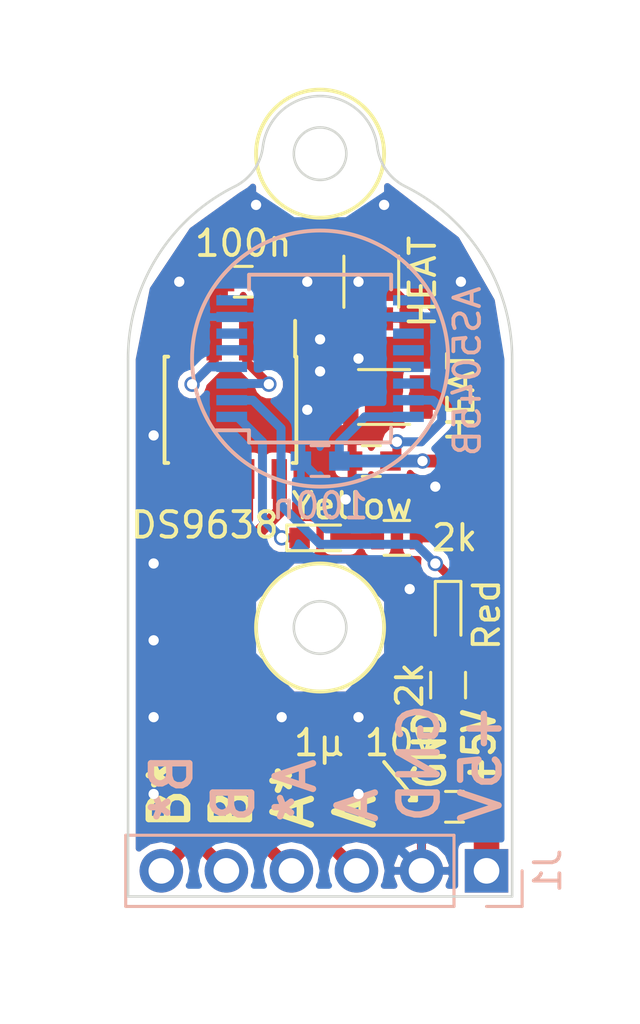
<source format=kicad_pcb>
(kicad_pcb (version 4) (host pcbnew 4.0.6)

  (general
    (links 29)
    (no_connects 2)
    (area 49.949999 33.699999 65.050001 65.050001)
    (thickness 1.6)
    (drawings 23)
    (tracks 152)
    (zones 0)
    (modules 13)
    (nets 14)
  )

  (page User 200 119.99)
  (title_block
    (title HPPM-Rotation-Encoder-VarA)
    (date 2018-06-01)
    (rev rev1)
    (company VIPER)
  )

  (layers
    (0 F.Cu signal)
    (31 B.Cu signal)
    (32 B.Adhes user)
    (33 F.Adhes user)
    (34 B.Paste user)
    (35 F.Paste user)
    (36 B.SilkS user)
    (37 F.SilkS user)
    (38 B.Mask user)
    (39 F.Mask user)
    (40 Dwgs.User user)
    (41 Cmts.User user)
    (42 Eco1.User user)
    (43 Eco2.User user)
    (44 Edge.Cuts user)
    (45 Margin user)
    (46 B.CrtYd user)
    (47 F.CrtYd user)
    (48 B.Fab user)
    (49 F.Fab user)
  )

  (setup
    (last_trace_width 0.35)
    (user_trace_width 0.35)
    (user_trace_width 0.5)
    (user_trace_width 0.75)
    (user_trace_width 1)
    (trace_clearance 0.2)
    (zone_clearance 0.25)
    (zone_45_only yes)
    (trace_min 0.2)
    (segment_width 0.15)
    (edge_width 0.15)
    (via_size 0.6)
    (via_drill 0.4)
    (via_min_size 0.4)
    (via_min_drill 0.3)
    (user_via 0.6 0.3)
    (user_via 0.8 0.4)
    (uvia_size 0.3)
    (uvia_drill 0.1)
    (uvias_allowed no)
    (uvia_min_size 0.2)
    (uvia_min_drill 0.1)
    (pcb_text_width 0.3)
    (pcb_text_size 1.5 1.5)
    (mod_edge_width 0.15)
    (mod_text_size 1 1)
    (mod_text_width 0.15)
    (pad_size 1.524 1.524)
    (pad_drill 0.762)
    (pad_to_mask_clearance 0.2)
    (aux_axis_origin 0 0)
    (visible_elements FFFFFF7F)
    (pcbplotparams
      (layerselection 0x00030_80000001)
      (usegerberextensions false)
      (excludeedgelayer true)
      (linewidth 0.100000)
      (plotframeref false)
      (viasonmask false)
      (mode 1)
      (useauxorigin false)
      (hpglpennumber 1)
      (hpglpenspeed 20)
      (hpglpendiameter 15)
      (hpglpenoverlay 2)
      (psnegative false)
      (psa4output false)
      (plotreference true)
      (plotvalue true)
      (plotinvisibletext false)
      (padsonsilk false)
      (subtractmaskfromsilk false)
      (outputformat 1)
      (mirror false)
      (drillshape 1)
      (scaleselection 1)
      (outputdirectory ""))
  )

  (net 0 "")
  (net 1 +5V)
  (net 2 GND)
  (net 3 "Net-(C2-Pad1)")
  (net 4 "Net-(D1-Pad2)")
  (net 5 "Net-(D1-Pad1)")
  (net 6 "Net-(D2-Pad2)")
  (net 7 "Net-(D2-Pad1)")
  (net 8 /A)
  (net 9 /A*)
  (net 10 /B*)
  (net 11 /B)
  (net 12 /_A)
  (net 13 /_B)

  (net_class Default "Dies ist die voreingestellte Netzklasse."
    (clearance 0.2)
    (trace_width 0.25)
    (via_dia 0.6)
    (via_drill 0.4)
    (uvia_dia 0.3)
    (uvia_drill 0.1)
    (add_net +5V)
    (add_net /A)
    (add_net /A*)
    (add_net /B)
    (add_net /B*)
    (add_net /_A)
    (add_net /_B)
    (add_net GND)
    (add_net "Net-(C2-Pad1)")
    (add_net "Net-(D1-Pad1)")
    (add_net "Net-(D1-Pad2)")
    (add_net "Net-(D2-Pad1)")
    (add_net "Net-(D2-Pad2)")
  )

  (module Capacitors_SMD:C_0603 (layer B.Cu) (tedit 5B108AA6) (tstamp 5B10837D)
    (at 57.5 48 180)
    (descr "Capacitor SMD 0603, reflow soldering, AVX (see smccp.pdf)")
    (tags "capacitor 0603")
    (path /5B107F98)
    (attr smd)
    (fp_text reference C1 (at 0 1.5 180) (layer B.SilkS) hide
      (effects (font (size 1 1) (thickness 0.15)) (justify mirror))
    )
    (fp_text value 100n (at 0 -1.75 180) (layer B.SilkS)
      (effects (font (size 1 1) (thickness 0.15)) (justify mirror))
    )
    (fp_text user %R (at 0 1.5 180) (layer B.Fab)
      (effects (font (size 1 1) (thickness 0.15)) (justify mirror))
    )
    (fp_line (start -0.8 -0.4) (end -0.8 0.4) (layer B.Fab) (width 0.1))
    (fp_line (start 0.8 -0.4) (end -0.8 -0.4) (layer B.Fab) (width 0.1))
    (fp_line (start 0.8 0.4) (end 0.8 -0.4) (layer B.Fab) (width 0.1))
    (fp_line (start -0.8 0.4) (end 0.8 0.4) (layer B.Fab) (width 0.1))
    (fp_line (start -0.35 0.6) (end 0.35 0.6) (layer B.SilkS) (width 0.12))
    (fp_line (start 0.35 -0.6) (end -0.35 -0.6) (layer B.SilkS) (width 0.12))
    (fp_line (start -1.4 0.65) (end 1.4 0.65) (layer B.CrtYd) (width 0.05))
    (fp_line (start -1.4 0.65) (end -1.4 -0.65) (layer B.CrtYd) (width 0.05))
    (fp_line (start 1.4 -0.65) (end 1.4 0.65) (layer B.CrtYd) (width 0.05))
    (fp_line (start 1.4 -0.65) (end -1.4 -0.65) (layer B.CrtYd) (width 0.05))
    (pad 1 smd rect (at -0.75 0 180) (size 0.8 0.75) (layers B.Cu B.Paste B.Mask)
      (net 1 +5V))
    (pad 2 smd rect (at 0.75 0 180) (size 0.8 0.75) (layers B.Cu B.Paste B.Mask)
      (net 2 GND))
    (model Capacitors_SMD.3dshapes/C_0603.wrl
      (at (xyz 0 0 0))
      (scale (xyz 1 1 1))
      (rotate (xyz 0 0 0))
    )
  )

  (module Capacitors_SMD:C_0603 (layer F.Cu) (tedit 5B1089ED) (tstamp 5B108383)
    (at 59.5 48 180)
    (descr "Capacitor SMD 0603, reflow soldering, AVX (see smccp.pdf)")
    (tags "capacitor 0603")
    (path /5B1080D6)
    (attr smd)
    (fp_text reference C2 (at 0 -1.5 180) (layer F.SilkS) hide
      (effects (font (size 1 1) (thickness 0.15)))
    )
    (fp_text value "4µ7 6V3" (at 0 1.5 180) (layer F.Fab)
      (effects (font (size 1 1) (thickness 0.15)))
    )
    (fp_text user %R (at 0 -1.5 180) (layer F.Fab)
      (effects (font (size 1 1) (thickness 0.15)))
    )
    (fp_line (start -0.8 0.4) (end -0.8 -0.4) (layer F.Fab) (width 0.1))
    (fp_line (start 0.8 0.4) (end -0.8 0.4) (layer F.Fab) (width 0.1))
    (fp_line (start 0.8 -0.4) (end 0.8 0.4) (layer F.Fab) (width 0.1))
    (fp_line (start -0.8 -0.4) (end 0.8 -0.4) (layer F.Fab) (width 0.1))
    (fp_line (start -0.35 -0.6) (end 0.35 -0.6) (layer F.SilkS) (width 0.12))
    (fp_line (start 0.35 0.6) (end -0.35 0.6) (layer F.SilkS) (width 0.12))
    (fp_line (start -1.4 -0.65) (end 1.4 -0.65) (layer F.CrtYd) (width 0.05))
    (fp_line (start -1.4 -0.65) (end -1.4 0.65) (layer F.CrtYd) (width 0.05))
    (fp_line (start 1.4 0.65) (end 1.4 -0.65) (layer F.CrtYd) (width 0.05))
    (fp_line (start 1.4 0.65) (end -1.4 0.65) (layer F.CrtYd) (width 0.05))
    (pad 1 smd rect (at -0.75 0 180) (size 0.8 0.75) (layers F.Cu F.Paste F.Mask)
      (net 3 "Net-(C2-Pad1)"))
    (pad 2 smd rect (at 0.75 0 180) (size 0.8 0.75) (layers F.Cu F.Paste F.Mask)
      (net 2 GND))
    (model Capacitors_SMD.3dshapes/C_0603.wrl
      (at (xyz 0 0 0))
      (scale (xyz 1 1 1))
      (rotate (xyz 0 0 0))
    )
  )

  (module Capacitors_SMD:C_0603 (layer F.Cu) (tedit 5B1089E2) (tstamp 5B108389)
    (at 54.5 41 180)
    (descr "Capacitor SMD 0603, reflow soldering, AVX (see smccp.pdf)")
    (tags "capacitor 0603")
    (path /5B109BB1)
    (attr smd)
    (fp_text reference C3 (at 0 -1.5 180) (layer F.SilkS) hide
      (effects (font (size 1 1) (thickness 0.15)))
    )
    (fp_text value 100n (at 0 1.5 180) (layer F.SilkS)
      (effects (font (size 1 1) (thickness 0.15)))
    )
    (fp_text user %R (at 0 -1.5 180) (layer F.Fab)
      (effects (font (size 1 1) (thickness 0.15)))
    )
    (fp_line (start -0.8 0.4) (end -0.8 -0.4) (layer F.Fab) (width 0.1))
    (fp_line (start 0.8 0.4) (end -0.8 0.4) (layer F.Fab) (width 0.1))
    (fp_line (start 0.8 -0.4) (end 0.8 0.4) (layer F.Fab) (width 0.1))
    (fp_line (start -0.8 -0.4) (end 0.8 -0.4) (layer F.Fab) (width 0.1))
    (fp_line (start -0.35 -0.6) (end 0.35 -0.6) (layer F.SilkS) (width 0.12))
    (fp_line (start 0.35 0.6) (end -0.35 0.6) (layer F.SilkS) (width 0.12))
    (fp_line (start -1.4 -0.65) (end 1.4 -0.65) (layer F.CrtYd) (width 0.05))
    (fp_line (start -1.4 -0.65) (end -1.4 0.65) (layer F.CrtYd) (width 0.05))
    (fp_line (start 1.4 0.65) (end 1.4 -0.65) (layer F.CrtYd) (width 0.05))
    (fp_line (start 1.4 0.65) (end -1.4 0.65) (layer F.CrtYd) (width 0.05))
    (pad 1 smd rect (at -0.75 0 180) (size 0.8 0.75) (layers F.Cu F.Paste F.Mask)
      (net 1 +5V))
    (pad 2 smd rect (at 0.75 0 180) (size 0.8 0.75) (layers F.Cu F.Paste F.Mask)
      (net 2 GND))
    (model Capacitors_SMD.3dshapes/C_0603.wrl
      (at (xyz 0 0 0))
      (scale (xyz 1 1 1))
      (rotate (xyz 0 0 0))
    )
  )

  (module Capacitors_SMD:C_0603 (layer F.Cu) (tedit 5B108A67) (tstamp 5B10838F)
    (at 62.75 61.5 180)
    (descr "Capacitor SMD 0603, reflow soldering, AVX (see smccp.pdf)")
    (tags "capacitor 0603")
    (path /5B1081BE)
    (attr smd)
    (fp_text reference C4 (at 0 -1.5 180) (layer F.SilkS) hide
      (effects (font (size 1 1) (thickness 0.15)))
    )
    (fp_text value "1µ 10V" (at 3.5 2.5 180) (layer F.SilkS)
      (effects (font (size 1 1) (thickness 0.15)))
    )
    (fp_text user %R (at 0 -1.5 180) (layer F.Fab)
      (effects (font (size 1 1) (thickness 0.15)))
    )
    (fp_line (start -0.8 0.4) (end -0.8 -0.4) (layer F.Fab) (width 0.1))
    (fp_line (start 0.8 0.4) (end -0.8 0.4) (layer F.Fab) (width 0.1))
    (fp_line (start 0.8 -0.4) (end 0.8 0.4) (layer F.Fab) (width 0.1))
    (fp_line (start -0.8 -0.4) (end 0.8 -0.4) (layer F.Fab) (width 0.1))
    (fp_line (start -0.35 -0.6) (end 0.35 -0.6) (layer F.SilkS) (width 0.12))
    (fp_line (start 0.35 0.6) (end -0.35 0.6) (layer F.SilkS) (width 0.12))
    (fp_line (start -1.4 -0.65) (end 1.4 -0.65) (layer F.CrtYd) (width 0.05))
    (fp_line (start -1.4 -0.65) (end -1.4 0.65) (layer F.CrtYd) (width 0.05))
    (fp_line (start 1.4 0.65) (end 1.4 -0.65) (layer F.CrtYd) (width 0.05))
    (fp_line (start 1.4 0.65) (end -1.4 0.65) (layer F.CrtYd) (width 0.05))
    (pad 1 smd rect (at -0.75 0 180) (size 0.8 0.75) (layers F.Cu F.Paste F.Mask)
      (net 1 +5V))
    (pad 2 smd rect (at 0.75 0 180) (size 0.8 0.75) (layers F.Cu F.Paste F.Mask)
      (net 2 GND))
    (model Capacitors_SMD.3dshapes/C_0603.wrl
      (at (xyz 0 0 0))
      (scale (xyz 1 1 1))
      (rotate (xyz 0 0 0))
    )
  )

  (module LEDs:LED_0603 (layer F.Cu) (tedit 5B108A22) (tstamp 5B108395)
    (at 57.5 51)
    (descr "LED 0603 smd package")
    (tags "LED led 0603 SMD smd SMT smt smdled SMDLED smtled SMTLED")
    (path /5B1083A6)
    (attr smd)
    (fp_text reference D1 (at 0 -1.25) (layer F.SilkS) hide
      (effects (font (size 1 1) (thickness 0.15)))
    )
    (fp_text value Yellow (at 1.25 -1.25) (layer F.SilkS)
      (effects (font (size 1 1) (thickness 0.15)))
    )
    (fp_line (start -1.3 -0.5) (end -1.3 0.5) (layer F.SilkS) (width 0.12))
    (fp_line (start -0.2 -0.2) (end -0.2 0.2) (layer F.Fab) (width 0.1))
    (fp_line (start -0.15 0) (end 0.15 -0.2) (layer F.Fab) (width 0.1))
    (fp_line (start 0.15 0.2) (end -0.15 0) (layer F.Fab) (width 0.1))
    (fp_line (start 0.15 -0.2) (end 0.15 0.2) (layer F.Fab) (width 0.1))
    (fp_line (start 0.8 0.4) (end -0.8 0.4) (layer F.Fab) (width 0.1))
    (fp_line (start 0.8 -0.4) (end 0.8 0.4) (layer F.Fab) (width 0.1))
    (fp_line (start -0.8 -0.4) (end 0.8 -0.4) (layer F.Fab) (width 0.1))
    (fp_line (start -0.8 0.4) (end -0.8 -0.4) (layer F.Fab) (width 0.1))
    (fp_line (start -1.3 0.5) (end 0.8 0.5) (layer F.SilkS) (width 0.12))
    (fp_line (start -1.3 -0.5) (end 0.8 -0.5) (layer F.SilkS) (width 0.12))
    (fp_line (start 1.45 -0.65) (end 1.45 0.65) (layer F.CrtYd) (width 0.05))
    (fp_line (start 1.45 0.65) (end -1.45 0.65) (layer F.CrtYd) (width 0.05))
    (fp_line (start -1.45 0.65) (end -1.45 -0.65) (layer F.CrtYd) (width 0.05))
    (fp_line (start -1.45 -0.65) (end 1.45 -0.65) (layer F.CrtYd) (width 0.05))
    (pad 2 smd rect (at 0.8 0 180) (size 0.8 0.8) (layers F.Cu F.Paste F.Mask)
      (net 4 "Net-(D1-Pad2)"))
    (pad 1 smd rect (at -0.8 0 180) (size 0.8 0.8) (layers F.Cu F.Paste F.Mask)
      (net 5 "Net-(D1-Pad1)"))
    (model LEDs.3dshapes/LED_0603.wrl
      (at (xyz 0 0 0))
      (scale (xyz 1 1 1))
      (rotate (xyz 0 0 180))
    )
  )

  (module LEDs:LED_0603 (layer F.Cu) (tedit 5B108A30) (tstamp 5B10839B)
    (at 62.5 54 270)
    (descr "LED 0603 smd package")
    (tags "LED led 0603 SMD smd SMT smt smdled SMDLED smtled SMTLED")
    (path /5B108321)
    (attr smd)
    (fp_text reference D2 (at 0 -1.25 270) (layer F.SilkS) hide
      (effects (font (size 1 1) (thickness 0.15)))
    )
    (fp_text value Red (at 0 -1.5 270) (layer F.SilkS)
      (effects (font (size 1 1) (thickness 0.15)))
    )
    (fp_line (start -1.3 -0.5) (end -1.3 0.5) (layer F.SilkS) (width 0.12))
    (fp_line (start -0.2 -0.2) (end -0.2 0.2) (layer F.Fab) (width 0.1))
    (fp_line (start -0.15 0) (end 0.15 -0.2) (layer F.Fab) (width 0.1))
    (fp_line (start 0.15 0.2) (end -0.15 0) (layer F.Fab) (width 0.1))
    (fp_line (start 0.15 -0.2) (end 0.15 0.2) (layer F.Fab) (width 0.1))
    (fp_line (start 0.8 0.4) (end -0.8 0.4) (layer F.Fab) (width 0.1))
    (fp_line (start 0.8 -0.4) (end 0.8 0.4) (layer F.Fab) (width 0.1))
    (fp_line (start -0.8 -0.4) (end 0.8 -0.4) (layer F.Fab) (width 0.1))
    (fp_line (start -0.8 0.4) (end -0.8 -0.4) (layer F.Fab) (width 0.1))
    (fp_line (start -1.3 0.5) (end 0.8 0.5) (layer F.SilkS) (width 0.12))
    (fp_line (start -1.3 -0.5) (end 0.8 -0.5) (layer F.SilkS) (width 0.12))
    (fp_line (start 1.45 -0.65) (end 1.45 0.65) (layer F.CrtYd) (width 0.05))
    (fp_line (start 1.45 0.65) (end -1.45 0.65) (layer F.CrtYd) (width 0.05))
    (fp_line (start -1.45 0.65) (end -1.45 -0.65) (layer F.CrtYd) (width 0.05))
    (fp_line (start -1.45 -0.65) (end 1.45 -0.65) (layer F.CrtYd) (width 0.05))
    (pad 2 smd rect (at 0.8 0 90) (size 0.8 0.8) (layers F.Cu F.Paste F.Mask)
      (net 6 "Net-(D2-Pad2)"))
    (pad 1 smd rect (at -0.8 0 90) (size 0.8 0.8) (layers F.Cu F.Paste F.Mask)
      (net 7 "Net-(D2-Pad1)"))
    (model LEDs.3dshapes/LED_0603.wrl
      (at (xyz 0 0 0))
      (scale (xyz 1 1 1))
      (rotate (xyz 0 0 180))
    )
  )

  (module Resistors_SMD:R_0603 (layer F.Cu) (tedit 5B108A40) (tstamp 5B1083AB)
    (at 60.5 51)
    (descr "Resistor SMD 0603, reflow soldering, Vishay (see dcrcw.pdf)")
    (tags "resistor 0603")
    (path /5B108409)
    (attr smd)
    (fp_text reference R1 (at 0 -1.45) (layer F.SilkS) hide
      (effects (font (size 1 1) (thickness 0.15)))
    )
    (fp_text value 2k (at 2.25 0) (layer F.SilkS)
      (effects (font (size 1 1) (thickness 0.15)))
    )
    (fp_text user %R (at 0 -1.45) (layer F.Fab)
      (effects (font (size 1 1) (thickness 0.15)))
    )
    (fp_line (start -0.8 0.4) (end -0.8 -0.4) (layer F.Fab) (width 0.1))
    (fp_line (start 0.8 0.4) (end -0.8 0.4) (layer F.Fab) (width 0.1))
    (fp_line (start 0.8 -0.4) (end 0.8 0.4) (layer F.Fab) (width 0.1))
    (fp_line (start -0.8 -0.4) (end 0.8 -0.4) (layer F.Fab) (width 0.1))
    (fp_line (start 0.5 0.68) (end -0.5 0.68) (layer F.SilkS) (width 0.12))
    (fp_line (start -0.5 -0.68) (end 0.5 -0.68) (layer F.SilkS) (width 0.12))
    (fp_line (start -1.25 -0.7) (end 1.25 -0.7) (layer F.CrtYd) (width 0.05))
    (fp_line (start -1.25 -0.7) (end -1.25 0.7) (layer F.CrtYd) (width 0.05))
    (fp_line (start 1.25 0.7) (end 1.25 -0.7) (layer F.CrtYd) (width 0.05))
    (fp_line (start 1.25 0.7) (end -1.25 0.7) (layer F.CrtYd) (width 0.05))
    (pad 1 smd rect (at -0.75 0) (size 0.5 0.9) (layers F.Cu F.Paste F.Mask)
      (net 4 "Net-(D1-Pad2)"))
    (pad 2 smd rect (at 0.75 0) (size 0.5 0.9) (layers F.Cu F.Paste F.Mask)
      (net 1 +5V))
    (model Resistors_SMD.3dshapes/R_0603.wrl
      (at (xyz 0 0 0))
      (scale (xyz 1 1 1))
      (rotate (xyz 0 0 0))
    )
  )

  (module Resistors_SMD:R_0603 (layer F.Cu) (tedit 5B108A3A) (tstamp 5B1083B1)
    (at 62.5 56.75 270)
    (descr "Resistor SMD 0603, reflow soldering, Vishay (see dcrcw.pdf)")
    (tags "resistor 0603")
    (path /5B10846A)
    (attr smd)
    (fp_text reference R2 (at 0 -1.45 270) (layer F.SilkS) hide
      (effects (font (size 1 1) (thickness 0.15)))
    )
    (fp_text value 2k (at 0 1.5 270) (layer F.SilkS)
      (effects (font (size 1 1) (thickness 0.15)))
    )
    (fp_text user %R (at 0 -1.45 270) (layer F.Fab)
      (effects (font (size 1 1) (thickness 0.15)))
    )
    (fp_line (start -0.8 0.4) (end -0.8 -0.4) (layer F.Fab) (width 0.1))
    (fp_line (start 0.8 0.4) (end -0.8 0.4) (layer F.Fab) (width 0.1))
    (fp_line (start 0.8 -0.4) (end 0.8 0.4) (layer F.Fab) (width 0.1))
    (fp_line (start -0.8 -0.4) (end 0.8 -0.4) (layer F.Fab) (width 0.1))
    (fp_line (start 0.5 0.68) (end -0.5 0.68) (layer F.SilkS) (width 0.12))
    (fp_line (start -0.5 -0.68) (end 0.5 -0.68) (layer F.SilkS) (width 0.12))
    (fp_line (start -1.25 -0.7) (end 1.25 -0.7) (layer F.CrtYd) (width 0.05))
    (fp_line (start -1.25 -0.7) (end -1.25 0.7) (layer F.CrtYd) (width 0.05))
    (fp_line (start 1.25 0.7) (end 1.25 -0.7) (layer F.CrtYd) (width 0.05))
    (fp_line (start 1.25 0.7) (end -1.25 0.7) (layer F.CrtYd) (width 0.05))
    (pad 1 smd rect (at -0.75 0 270) (size 0.5 0.9) (layers F.Cu F.Paste F.Mask)
      (net 6 "Net-(D2-Pad2)"))
    (pad 2 smd rect (at 0.75 0 270) (size 0.5 0.9) (layers F.Cu F.Paste F.Mask)
      (net 1 +5V))
    (model Resistors_SMD.3dshapes/R_0603.wrl
      (at (xyz 0 0 0))
      (scale (xyz 1 1 1))
      (rotate (xyz 0 0 0))
    )
  )

  (module Resistors_SMD:R_1206 (layer F.Cu) (tedit 5B1089E5) (tstamp 5B1083B7)
    (at 60 45.5 180)
    (descr "Resistor SMD 1206, reflow soldering, Vishay (see dcrcw.pdf)")
    (tags "resistor 1206")
    (path /5B10869A)
    (attr smd)
    (fp_text reference R3 (at 0 -1.85 180) (layer F.SilkS) hide
      (effects (font (size 1 1) (thickness 0.15)))
    )
    (fp_text value HEAT (at -3 0 270) (layer F.SilkS)
      (effects (font (size 1 1) (thickness 0.15)))
    )
    (fp_text user %R (at 0 -1.85 180) (layer F.Fab)
      (effects (font (size 1 1) (thickness 0.15)))
    )
    (fp_line (start -1.6 0.8) (end -1.6 -0.8) (layer F.Fab) (width 0.1))
    (fp_line (start 1.6 0.8) (end -1.6 0.8) (layer F.Fab) (width 0.1))
    (fp_line (start 1.6 -0.8) (end 1.6 0.8) (layer F.Fab) (width 0.1))
    (fp_line (start -1.6 -0.8) (end 1.6 -0.8) (layer F.Fab) (width 0.1))
    (fp_line (start 1 1.07) (end -1 1.07) (layer F.SilkS) (width 0.12))
    (fp_line (start -1 -1.07) (end 1 -1.07) (layer F.SilkS) (width 0.12))
    (fp_line (start -2.15 -1.11) (end 2.15 -1.11) (layer F.CrtYd) (width 0.05))
    (fp_line (start -2.15 -1.11) (end -2.15 1.1) (layer F.CrtYd) (width 0.05))
    (fp_line (start 2.15 1.1) (end 2.15 -1.11) (layer F.CrtYd) (width 0.05))
    (fp_line (start 2.15 1.1) (end -2.15 1.1) (layer F.CrtYd) (width 0.05))
    (pad 1 smd rect (at -1.45 0 180) (size 0.9 1.7) (layers F.Cu F.Paste F.Mask)
      (net 1 +5V))
    (pad 2 smd rect (at 1.45 0 180) (size 0.9 1.7) (layers F.Cu F.Paste F.Mask)
      (net 2 GND))
    (model Resistors_SMD.3dshapes/R_1206.wrl
      (at (xyz 0 0 0))
      (scale (xyz 1 1 1))
      (rotate (xyz 0 0 0))
    )
  )

  (module Resistors_SMD:R_1206 (layer F.Cu) (tedit 5B1089D9) (tstamp 5B1083BD)
    (at 59.5 41 270)
    (descr "Resistor SMD 1206, reflow soldering, Vishay (see dcrcw.pdf)")
    (tags "resistor 1206")
    (path /5B108614)
    (attr smd)
    (fp_text reference R4 (at 0 -1.85 270) (layer F.SilkS) hide
      (effects (font (size 1 1) (thickness 0.15)))
    )
    (fp_text value HEAT (at 0 -2 270) (layer F.SilkS)
      (effects (font (size 1 1) (thickness 0.15)))
    )
    (fp_text user %R (at 0 -1.85 270) (layer F.Fab)
      (effects (font (size 1 1) (thickness 0.15)))
    )
    (fp_line (start -1.6 0.8) (end -1.6 -0.8) (layer F.Fab) (width 0.1))
    (fp_line (start 1.6 0.8) (end -1.6 0.8) (layer F.Fab) (width 0.1))
    (fp_line (start 1.6 -0.8) (end 1.6 0.8) (layer F.Fab) (width 0.1))
    (fp_line (start -1.6 -0.8) (end 1.6 -0.8) (layer F.Fab) (width 0.1))
    (fp_line (start 1 1.07) (end -1 1.07) (layer F.SilkS) (width 0.12))
    (fp_line (start -1 -1.07) (end 1 -1.07) (layer F.SilkS) (width 0.12))
    (fp_line (start -2.15 -1.11) (end 2.15 -1.11) (layer F.CrtYd) (width 0.05))
    (fp_line (start -2.15 -1.11) (end -2.15 1.1) (layer F.CrtYd) (width 0.05))
    (fp_line (start 2.15 1.1) (end 2.15 -1.11) (layer F.CrtYd) (width 0.05))
    (fp_line (start 2.15 1.1) (end -2.15 1.1) (layer F.CrtYd) (width 0.05))
    (pad 1 smd rect (at -1.45 0 270) (size 0.9 1.7) (layers F.Cu F.Paste F.Mask)
      (net 1 +5V))
    (pad 2 smd rect (at 1.45 0 270) (size 0.9 1.7) (layers F.Cu F.Paste F.Mask)
      (net 2 GND))
    (model Resistors_SMD.3dshapes/R_1206.wrl
      (at (xyz 0 0 0))
      (scale (xyz 1 1 1))
      (rotate (xyz 0 0 0))
    )
  )

  (module Housings_SSOP:SSOP-16_5.3x6.2mm_Pitch0.65mm (layer B.Cu) (tedit 5B108A8E) (tstamp 5B1083D1)
    (at 57.5 44)
    (descr "SSOP16: plastic shrink small outline package; 16 leads; body width 5.3 mm; (see NXP SSOP-TSSOP-VSO-REFLOW.pdf and sot338-1_po.pdf)")
    (tags "SSOP 0.65")
    (path /5B107E23)
    (attr smd)
    (fp_text reference U1 (at 0 4.2) (layer B.SilkS) hide
      (effects (font (size 1 1) (thickness 0.15)) (justify mirror))
    )
    (fp_text value AS5045B (at 5.75 0.5 90) (layer B.SilkS)
      (effects (font (size 1 1) (thickness 0.15)) (justify mirror))
    )
    (fp_line (start -1.65 3.1) (end 2.65 3.1) (layer B.Fab) (width 0.15))
    (fp_line (start 2.65 3.1) (end 2.65 -3.1) (layer B.Fab) (width 0.15))
    (fp_line (start 2.65 -3.1) (end -2.65 -3.1) (layer B.Fab) (width 0.15))
    (fp_line (start -2.65 -3.1) (end -2.65 2.1) (layer B.Fab) (width 0.15))
    (fp_line (start -2.65 2.1) (end -1.65 3.1) (layer B.Fab) (width 0.15))
    (fp_line (start -4.3 3.45) (end -4.3 -3.45) (layer B.CrtYd) (width 0.05))
    (fp_line (start 4.3 3.45) (end 4.3 -3.45) (layer B.CrtYd) (width 0.05))
    (fp_line (start -4.3 3.45) (end 4.3 3.45) (layer B.CrtYd) (width 0.05))
    (fp_line (start -4.3 -3.45) (end 4.3 -3.45) (layer B.CrtYd) (width 0.05))
    (fp_line (start -2.775 3.275) (end -2.775 2.8) (layer B.SilkS) (width 0.15))
    (fp_line (start 2.775 3.275) (end 2.775 2.7) (layer B.SilkS) (width 0.15))
    (fp_line (start 2.775 -3.275) (end 2.775 -2.7) (layer B.SilkS) (width 0.15))
    (fp_line (start -2.775 -3.275) (end -2.775 -2.7) (layer B.SilkS) (width 0.15))
    (fp_line (start -2.775 3.275) (end 2.775 3.275) (layer B.SilkS) (width 0.15))
    (fp_line (start -2.775 -3.275) (end 2.775 -3.275) (layer B.SilkS) (width 0.15))
    (fp_line (start -2.775 2.8) (end -4.05 2.8) (layer B.SilkS) (width 0.15))
    (pad 1 smd rect (at -3.45 2.275) (size 1.2 0.4) (layers B.Cu B.Paste B.Mask)
      (net 5 "Net-(D1-Pad1)"))
    (pad 2 smd rect (at -3.45 1.625) (size 1.2 0.4) (layers B.Cu B.Paste B.Mask)
      (net 7 "Net-(D2-Pad1)"))
    (pad 3 smd rect (at -3.45 0.975) (size 1.2 0.4) (layers B.Cu B.Paste B.Mask)
      (net 12 /_A))
    (pad 4 smd rect (at -3.45 0.325) (size 1.2 0.4) (layers B.Cu B.Paste B.Mask)
      (net 13 /_B))
    (pad 5 smd rect (at -3.45 -0.325) (size 1.2 0.4) (layers B.Cu B.Paste B.Mask))
    (pad 6 smd rect (at -3.45 -0.975) (size 1.2 0.4) (layers B.Cu B.Paste B.Mask))
    (pad 7 smd rect (at -3.45 -1.625) (size 1.2 0.4) (layers B.Cu B.Paste B.Mask)
      (net 2 GND))
    (pad 8 smd rect (at -3.45 -2.275) (size 1.2 0.4) (layers B.Cu B.Paste B.Mask))
    (pad 9 smd rect (at 3.45 -2.275) (size 1.2 0.4) (layers B.Cu B.Paste B.Mask))
    (pad 10 smd rect (at 3.45 -1.625) (size 1.2 0.4) (layers B.Cu B.Paste B.Mask)
      (net 2 GND))
    (pad 11 smd rect (at 3.45 -0.975) (size 1.2 0.4) (layers B.Cu B.Paste B.Mask))
    (pad 12 smd rect (at 3.45 -0.325) (size 1.2 0.4) (layers B.Cu B.Paste B.Mask))
    (pad 13 smd rect (at 3.45 0.325) (size 1.2 0.4) (layers B.Cu B.Paste B.Mask))
    (pad 14 smd rect (at 3.45 0.975) (size 1.2 0.4) (layers B.Cu B.Paste B.Mask))
    (pad 15 smd rect (at 3.45 1.625) (size 1.2 0.4) (layers B.Cu B.Paste B.Mask)
      (net 3 "Net-(C2-Pad1)"))
    (pad 16 smd rect (at 3.45 2.275) (size 1.2 0.4) (layers B.Cu B.Paste B.Mask)
      (net 1 +5V))
    (model Housings_SSOP.3dshapes/SSOP-16_5.3x6.2mm_Pitch0.65mm.wrl
      (at (xyz 0 0 0))
      (scale (xyz 1 1 1))
      (rotate (xyz 0 0 0))
    )
  )

  (module Housings_SOIC:SOIC-8_3.9x4.9mm_Pitch1.27mm (layer F.Cu) (tedit 5B1089E8) (tstamp 5B1083DD)
    (at 54 46 270)
    (descr "8-Lead Plastic Small Outline (SN) - Narrow, 3.90 mm Body [SOIC] (see Microchip Packaging Specification 00000049BS.pdf)")
    (tags "SOIC 1.27")
    (path /5B108A86)
    (attr smd)
    (fp_text reference U2 (at 0 -3.5 270) (layer F.SilkS) hide
      (effects (font (size 1 1) (thickness 0.15)))
    )
    (fp_text value DS9638 (at 4.5 1 360) (layer F.SilkS)
      (effects (font (size 1 1) (thickness 0.15)))
    )
    (fp_line (start -0.95 -2.45) (end 1.95 -2.45) (layer F.Fab) (width 0.15))
    (fp_line (start 1.95 -2.45) (end 1.95 2.45) (layer F.Fab) (width 0.15))
    (fp_line (start 1.95 2.45) (end -1.95 2.45) (layer F.Fab) (width 0.15))
    (fp_line (start -1.95 2.45) (end -1.95 -1.45) (layer F.Fab) (width 0.15))
    (fp_line (start -1.95 -1.45) (end -0.95 -2.45) (layer F.Fab) (width 0.15))
    (fp_line (start -3.75 -2.75) (end -3.75 2.75) (layer F.CrtYd) (width 0.05))
    (fp_line (start 3.75 -2.75) (end 3.75 2.75) (layer F.CrtYd) (width 0.05))
    (fp_line (start -3.75 -2.75) (end 3.75 -2.75) (layer F.CrtYd) (width 0.05))
    (fp_line (start -3.75 2.75) (end 3.75 2.75) (layer F.CrtYd) (width 0.05))
    (fp_line (start -2.075 -2.575) (end -2.075 -2.525) (layer F.SilkS) (width 0.15))
    (fp_line (start 2.075 -2.575) (end 2.075 -2.43) (layer F.SilkS) (width 0.15))
    (fp_line (start 2.075 2.575) (end 2.075 2.43) (layer F.SilkS) (width 0.15))
    (fp_line (start -2.075 2.575) (end -2.075 2.43) (layer F.SilkS) (width 0.15))
    (fp_line (start -2.075 -2.575) (end 2.075 -2.575) (layer F.SilkS) (width 0.15))
    (fp_line (start -2.075 2.575) (end 2.075 2.575) (layer F.SilkS) (width 0.15))
    (fp_line (start -2.075 -2.525) (end -3.475 -2.525) (layer F.SilkS) (width 0.15))
    (pad 1 smd rect (at -2.7 -1.905 270) (size 1.55 0.6) (layers F.Cu F.Paste F.Mask)
      (net 1 +5V))
    (pad 2 smd rect (at -2.7 -0.635 270) (size 1.55 0.6) (layers F.Cu F.Paste F.Mask)
      (net 12 /_A))
    (pad 3 smd rect (at -2.7 0.635 270) (size 1.55 0.6) (layers F.Cu F.Paste F.Mask)
      (net 13 /_B))
    (pad 4 smd rect (at -2.7 1.905 270) (size 1.55 0.6) (layers F.Cu F.Paste F.Mask)
      (net 2 GND))
    (pad 5 smd rect (at 2.7 1.905 270) (size 1.55 0.6) (layers F.Cu F.Paste F.Mask)
      (net 10 /B*))
    (pad 6 smd rect (at 2.7 0.635 270) (size 1.55 0.6) (layers F.Cu F.Paste F.Mask)
      (net 11 /B))
    (pad 7 smd rect (at 2.7 -0.635 270) (size 1.55 0.6) (layers F.Cu F.Paste F.Mask)
      (net 9 /A*))
    (pad 8 smd rect (at 2.7 -1.905 270) (size 1.55 0.6) (layers F.Cu F.Paste F.Mask)
      (net 8 /A))
    (model Housings_SOIC.3dshapes/SOIC-8_3.9x4.9mm_Pitch1.27mm.wrl
      (at (xyz 0 0 0))
      (scale (xyz 1 1 1))
      (rotate (xyz 0 0 0))
    )
  )

  (module Pin_Headers:Pin_Header_Straight_1x06_Pitch2.54mm (layer B.Cu) (tedit 5862ED52) (tstamp 5B10844A)
    (at 64 64 90)
    (descr "Through hole straight pin header, 1x06, 2.54mm pitch, single row")
    (tags "Through hole pin header THT 1x06 2.54mm single row")
    (path /5B10A070)
    (fp_text reference J1 (at 0 2.39 90) (layer B.SilkS)
      (effects (font (size 1 1) (thickness 0.15)) (justify mirror))
    )
    (fp_text value CONN (at 0 -15.09 90) (layer B.Fab)
      (effects (font (size 1 1) (thickness 0.15)) (justify mirror))
    )
    (fp_line (start -1.27 1.27) (end -1.27 -13.97) (layer B.Fab) (width 0.1))
    (fp_line (start -1.27 -13.97) (end 1.27 -13.97) (layer B.Fab) (width 0.1))
    (fp_line (start 1.27 -13.97) (end 1.27 1.27) (layer B.Fab) (width 0.1))
    (fp_line (start 1.27 1.27) (end -1.27 1.27) (layer B.Fab) (width 0.1))
    (fp_line (start -1.39 -1.27) (end -1.39 -14.09) (layer B.SilkS) (width 0.12))
    (fp_line (start -1.39 -14.09) (end 1.39 -14.09) (layer B.SilkS) (width 0.12))
    (fp_line (start 1.39 -14.09) (end 1.39 -1.27) (layer B.SilkS) (width 0.12))
    (fp_line (start 1.39 -1.27) (end -1.39 -1.27) (layer B.SilkS) (width 0.12))
    (fp_line (start -1.39 0) (end -1.39 1.39) (layer B.SilkS) (width 0.12))
    (fp_line (start -1.39 1.39) (end 0 1.39) (layer B.SilkS) (width 0.12))
    (fp_line (start -1.6 1.6) (end -1.6 -14.3) (layer B.CrtYd) (width 0.05))
    (fp_line (start -1.6 -14.3) (end 1.6 -14.3) (layer B.CrtYd) (width 0.05))
    (fp_line (start 1.6 -14.3) (end 1.6 1.6) (layer B.CrtYd) (width 0.05))
    (fp_line (start 1.6 1.6) (end -1.6 1.6) (layer B.CrtYd) (width 0.05))
    (pad 1 thru_hole rect (at 0 0 90) (size 1.7 1.7) (drill 1) (layers *.Cu *.Mask)
      (net 1 +5V))
    (pad 2 thru_hole oval (at 0 -2.54 90) (size 1.7 1.7) (drill 1) (layers *.Cu *.Mask)
      (net 2 GND))
    (pad 3 thru_hole oval (at 0 -5.08 90) (size 1.7 1.7) (drill 1) (layers *.Cu *.Mask)
      (net 8 /A))
    (pad 4 thru_hole oval (at 0 -7.62 90) (size 1.7 1.7) (drill 1) (layers *.Cu *.Mask)
      (net 9 /A*))
    (pad 5 thru_hole oval (at 0 -10.16 90) (size 1.7 1.7) (drill 1) (layers *.Cu *.Mask)
      (net 11 /B))
    (pad 6 thru_hole oval (at 0 -12.7 90) (size 1.7 1.7) (drill 1) (layers *.Cu *.Mask)
      (net 10 /B*))
    (model Pin_Headers.3dshapes/Pin_Header_Straight_1x06_Pitch2.54mm.wrl
      (at (xyz 0 -0.25 0))
      (scale (xyz 1 1 1))
      (rotate (xyz 0 0 90))
    )
  )

  (gr_line (start 61 61.25) (end 61.25 61.25) (layer F.SilkS) (width 0.15))
  (gr_line (start 61.25 61) (end 61 61.25) (layer F.SilkS) (width 0.15))
  (gr_line (start 61.25 61.25) (end 61.25 61) (layer F.SilkS) (width 0.15))
  (gr_line (start 60 59.75) (end 61.25 61.25) (layer F.SilkS) (width 0.15))
  (gr_text "GND\n+5V" (at 62.75 59.25 90) (layer F.SilkS)
    (effects (font (size 1.2 1) (thickness 0.2)))
  )
  (gr_text "B*\nB\nA*\nA" (at 55.25 62.5 90) (layer F.SilkS) (tstamp 5B108C4A)
    (effects (font (size 1.5 1.5) (thickness 0.25)) (justify left))
  )
  (gr_text "B*\nB\nA*\nA\nGND\n+5V" (at 57.75 62.25 90) (layer B.SilkS)
    (effects (font (size 1.5 1.5) (thickness 0.25)) (justify right mirror))
  )
  (gr_circle (center 57.5 44) (end 52.5 44) (layer B.SilkS) (width 0.15) (tstamp 5B108975))
  (gr_circle (center 57.5 36) (end 57.5 38.5) (layer F.SilkS) (width 0.15))
  (gr_circle (center 57.5 54.5) (end 60 54.5) (layer F.SilkS) (width 0.15))
  (gr_circle (center 57.5 44) (end 52.5 44) (layer Dwgs.User) (width 0.15))
  (gr_circle (center 57.5 36) (end 58.525 36) (layer Edge.Cuts) (width 0.1))
  (gr_line (start 57.5 39) (end 57.5 44) (layer Dwgs.User) (width 0.1))
  (gr_arc (start 57.5 44) (end 54.169147 37.280222) (angle -63.63334725) (layer Edge.Cuts) (width 0.1))
  (gr_circle (center 57.5 54.5) (end 58.525 54.5) (layer Edge.Cuts) (width 0.1))
  (gr_arc (start 61.719081 35.488281) (end 59.733631 35.72909) (angle -56.71790435) (layer Edge.Cuts) (width 0.1))
  (gr_arc (start 57.5 36) (end 59.733631 35.72909) (angle -166.1691142) (layer Edge.Cuts) (width 0.1))
  (gr_arc (start 53.280919 35.488281) (end 54.169147 37.280222) (angle -56.71790435) (layer Edge.Cuts) (width 0.1))
  (gr_line (start 65 65) (end 50 65) (layer Edge.Cuts) (width 0.1))
  (gr_line (start 65 44) (end 65 65) (layer Edge.Cuts) (width 0.1))
  (gr_arc (start 57.5 44) (end 65 44) (angle -63.63334725) (layer Edge.Cuts) (width 0.1))
  (gr_line (start 57.5 44) (end 52.5 44) (layer Dwgs.User) (width 0.1))
  (gr_line (start 50 65) (end 50 44) (layer Edge.Cuts) (width 0.1))

  (segment (start 60.95 46.275) (end 59.25 46.275) (width 0.35) (layer B.Cu) (net 1))
  (segment (start 59.25 46.275) (end 58.25 47.275) (width 0.35) (layer B.Cu) (net 1))
  (segment (start 58.25 47.275) (end 58.25 48) (width 0.35) (layer B.Cu) (net 1))
  (segment (start 61.5 48) (end 58.25 48) (width 0.5) (layer B.Cu) (net 1))
  (via (at 61.5 48) (size 0.6) (drill 0.4) (layers F.Cu B.Cu) (net 1))
  (segment (start 64 48) (end 61.5 48) (width 0.5) (layer F.Cu) (net 1))
  (segment (start 62.5 57.5) (end 64 57.5) (width 0.35) (layer F.Cu) (net 1))
  (segment (start 64 51) (end 64 48) (width 1) (layer F.Cu) (net 1))
  (segment (start 64 48) (end 64 45.5) (width 1) (layer F.Cu) (net 1))
  (segment (start 64 64) (end 64 61.5) (width 1) (layer F.Cu) (net 1))
  (segment (start 64 61.5) (end 64 57.5) (width 1) (layer F.Cu) (net 1))
  (segment (start 63.5 61.5) (end 64 61.5) (width 0.35) (layer F.Cu) (net 1))
  (segment (start 64 57.5) (end 64 51) (width 1) (layer F.Cu) (net 1))
  (segment (start 61.25 51) (end 64 51) (width 0.35) (layer F.Cu) (net 1))
  (segment (start 59.5 39.55) (end 56.45 39.55) (width 0.5) (layer F.Cu) (net 1))
  (segment (start 56.45 39.55) (end 55.25 40.75) (width 0.5) (layer F.Cu) (net 1))
  (segment (start 55.25 40.75) (end 55.25 41) (width 0.5) (layer F.Cu) (net 1))
  (segment (start 64 45.5) (end 64 43.65) (width 1) (layer F.Cu) (net 1))
  (segment (start 61.45 45.5) (end 64 45.5) (width 1) (layer F.Cu) (net 1))
  (segment (start 64 43.65) (end 59.9 39.55) (width 1) (layer F.Cu) (net 1))
  (segment (start 59.9 39.55) (end 59.5 39.55) (width 1) (layer F.Cu) (net 1))
  (segment (start 55.905 43.3) (end 55.905 41.655) (width 0.5) (layer F.Cu) (net 1))
  (segment (start 55.905 41.655) (end 55.25 41) (width 0.5) (layer F.Cu) (net 1))
  (segment (start 57.5 44.5) (end 57.5 43.25) (width 0.35) (layer F.Cu) (net 2))
  (via (at 57.5 43.25) (size 0.6) (drill 0.4) (layers F.Cu B.Cu) (net 2))
  (segment (start 57.5 44.5) (end 58.5 44.5) (width 0.35) (layer B.Cu) (net 2))
  (segment (start 58.5 44.5) (end 59 44) (width 0.35) (layer B.Cu) (net 2))
  (via (at 59 44) (size 0.6) (drill 0.4) (layers F.Cu B.Cu) (net 2))
  (segment (start 57.5 44.5) (end 57.5 45.5) (width 0.35) (layer F.Cu) (net 2))
  (segment (start 57.5 45.5) (end 57 46) (width 0.35) (layer F.Cu) (net 2))
  (via (at 57 46) (size 0.6) (drill 0.4) (layers F.Cu B.Cu) (net 2))
  (segment (start 57 41) (end 59 41) (width 0.35) (layer B.Cu) (net 2))
  (via (at 59 41) (size 0.6) (drill 0.4) (layers F.Cu B.Cu) (net 2))
  (segment (start 57.5 44.5) (end 57.5 41.5) (width 0.35) (layer F.Cu) (net 2))
  (segment (start 57.5 41.5) (end 57 41) (width 0.35) (layer F.Cu) (net 2))
  (via (at 57 41) (size 0.6) (drill 0.4) (layers F.Cu B.Cu) (net 2))
  (segment (start 60.5 49.725) (end 61.275 49.725) (width 0.35) (layer F.Cu) (net 2))
  (segment (start 61.275 49.725) (end 62 49) (width 0.35) (layer F.Cu) (net 2))
  (via (at 62 49) (size 0.6) (drill 0.4) (layers F.Cu B.Cu) (net 2))
  (segment (start 61 56) (end 61 53) (width 0.35) (layer F.Cu) (net 2))
  (via (at 61 53) (size 0.6) (drill 0.4) (layers F.Cu B.Cu) (net 2))
  (segment (start 59 58) (end 61 56) (width 0.35) (layer F.Cu) (net 2))
  (segment (start 60.95 42.375) (end 61.9 42.375) (width 0.35) (layer B.Cu) (net 2))
  (segment (start 61.9 42.375) (end 63 41.275) (width 0.35) (layer B.Cu) (net 2))
  (segment (start 63 41.275) (end 63 41) (width 0.35) (layer B.Cu) (net 2))
  (segment (start 60.5 49.725) (end 59.475 49.725) (width 0.35) (layer F.Cu) (net 2))
  (segment (start 58.75 49) (end 58.75 48) (width 0.35) (layer F.Cu) (net 2))
  (segment (start 59.475 49.725) (end 58.75 49) (width 0.35) (layer F.Cu) (net 2))
  (segment (start 60 38) (end 63 41) (width 0.35) (layer B.Cu) (net 2))
  (via (at 63 41) (size 0.6) (drill 0.4) (layers F.Cu B.Cu) (net 2))
  (via (at 60 38) (size 0.6) (drill 0.4) (layers F.Cu B.Cu) (net 2))
  (segment (start 52 41) (end 55 38) (width 0.35) (layer B.Cu) (net 2))
  (via (at 55 38) (size 0.6) (drill 0.4) (layers F.Cu B.Cu) (net 2))
  (segment (start 51 47) (end 51 42) (width 0.35) (layer F.Cu) (net 2))
  (segment (start 51 42) (end 52 41) (width 0.35) (layer F.Cu) (net 2))
  (via (at 52 41) (size 0.6) (drill 0.4) (layers F.Cu B.Cu) (net 2))
  (segment (start 51 52) (end 51 47) (width 0.35) (layer B.Cu) (net 2))
  (via (at 51 47) (size 0.6) (drill 0.4) (layers F.Cu B.Cu) (net 2))
  (segment (start 51 55) (end 51 52) (width 0.35) (layer F.Cu) (net 2))
  (via (at 51 52) (size 0.6) (drill 0.4) (layers F.Cu B.Cu) (net 2))
  (segment (start 51 58) (end 51 55) (width 0.35) (layer B.Cu) (net 2))
  (via (at 51 55) (size 0.6) (drill 0.4) (layers F.Cu B.Cu) (net 2))
  (segment (start 51 58) (end 51 61) (width 0.35) (layer F.Cu) (net 2))
  (via (at 51 61) (size 0.6) (drill 0.4) (layers F.Cu B.Cu) (net 2))
  (segment (start 56 58) (end 51 58) (width 0.35) (layer B.Cu) (net 2))
  (via (at 51 58) (size 0.6) (drill 0.4) (layers F.Cu B.Cu) (net 2))
  (segment (start 59 58) (end 56 58) (width 0.35) (layer B.Cu) (net 2))
  (via (at 56 58) (size 0.6) (drill 0.4) (layers F.Cu B.Cu) (net 2))
  (segment (start 59 61) (end 59 58) (width 0.35) (layer F.Cu) (net 2))
  (via (at 59 58) (size 0.6) (drill 0.4) (layers F.Cu B.Cu) (net 2))
  (segment (start 61.46 64) (end 59 61.54) (width 0.35) (layer B.Cu) (net 2))
  (segment (start 59 61.54) (end 59 61) (width 0.35) (layer B.Cu) (net 2))
  (via (at 59 61) (size 0.6) (drill 0.4) (layers F.Cu B.Cu) (net 2))
  (segment (start 58.5 49.5) (end 58.25 49.5) (width 0.35) (layer B.Cu) (net 2))
  (segment (start 58.25 49.5) (end 56.75 48) (width 0.35) (layer B.Cu) (net 2))
  (segment (start 60.5 49.725) (end 58.725 49.725) (width 0.35) (layer F.Cu) (net 2))
  (segment (start 58.725 49.725) (end 58.5 49.5) (width 0.35) (layer F.Cu) (net 2))
  (via (at 58.5 49.5) (size 0.6) (drill 0.4) (layers F.Cu B.Cu) (net 2))
  (segment (start 58.75 48) (end 58.75 45.7) (width 0.35) (layer F.Cu) (net 2))
  (segment (start 58.75 45.7) (end 58.55 45.5) (width 0.35) (layer F.Cu) (net 2))
  (segment (start 62 61.5) (end 62 60.775) (width 0.35) (layer F.Cu) (net 2))
  (segment (start 62 60.775) (end 60.5 59.275) (width 0.35) (layer F.Cu) (net 2))
  (segment (start 60.5 59.275) (end 60.5 49.725) (width 0.35) (layer F.Cu) (net 2))
  (segment (start 61.46 64) (end 61.46 62.04) (width 0.35) (layer F.Cu) (net 2))
  (segment (start 61.46 62.04) (end 62 61.5) (width 0.35) (layer F.Cu) (net 2))
  (segment (start 59.5 42.45) (end 58.3 42.45) (width 0.35) (layer F.Cu) (net 2))
  (segment (start 57.5 43.25) (end 57.5 44.075736) (width 0.35) (layer F.Cu) (net 2))
  (segment (start 58.3 42.45) (end 57.5 43.25) (width 0.35) (layer F.Cu) (net 2))
  (segment (start 57.5 44.075736) (end 57.5 44.5) (width 0.35) (layer F.Cu) (net 2))
  (segment (start 57.5 44.5) (end 57.125 44.125) (width 0.35) (layer B.Cu) (net 2))
  (segment (start 57.125 44.125) (end 56.75 44.125) (width 0.35) (layer B.Cu) (net 2))
  (segment (start 58.55 45.5) (end 58.5 45.5) (width 0.35) (layer F.Cu) (net 2))
  (segment (start 58.5 45.5) (end 57.5 44.5) (width 0.35) (layer F.Cu) (net 2))
  (via (at 57.5 44.5) (size 0.6) (drill 0.4) (layers F.Cu B.Cu) (net 2))
  (segment (start 56.75 44.125) (end 58.5 42.375) (width 0.35) (layer B.Cu) (net 2))
  (segment (start 58.5 42.375) (end 60.95 42.375) (width 0.35) (layer B.Cu) (net 2))
  (segment (start 56.75 48) (end 56.75 44.125) (width 0.35) (layer B.Cu) (net 2))
  (segment (start 56.75 44.125) (end 55 42.375) (width 0.35) (layer B.Cu) (net 2))
  (segment (start 55 42.375) (end 54.05 42.375) (width 0.35) (layer B.Cu) (net 2))
  (segment (start 52.095 43.3) (end 52.095 42.655) (width 0.5) (layer F.Cu) (net 2))
  (segment (start 52.095 42.655) (end 53.75 41) (width 0.5) (layer F.Cu) (net 2))
  (segment (start 60.5 47.25) (end 60.5 47.75) (width 0.35) (layer F.Cu) (net 3))
  (segment (start 60.5 47.75) (end 60.25 48) (width 0.35) (layer F.Cu) (net 3))
  (segment (start 62.25 45.975) (end 62.25 46.450002) (width 0.35) (layer B.Cu) (net 3))
  (segment (start 62.25 46.450002) (end 61.450002 47.25) (width 0.35) (layer B.Cu) (net 3))
  (segment (start 61.450002 47.25) (end 60.5 47.25) (width 0.35) (layer B.Cu) (net 3))
  (via (at 60.5 47.25) (size 0.6) (drill 0.4) (layers F.Cu B.Cu) (net 3))
  (segment (start 60.95 45.625) (end 61.9 45.625) (width 0.35) (layer B.Cu) (net 3))
  (segment (start 61.9 45.625) (end 62.25 45.975) (width 0.35) (layer B.Cu) (net 3))
  (segment (start 58.3 51) (end 59.75 51) (width 0.35) (layer F.Cu) (net 4))
  (segment (start 54.05 46.275) (end 54.275 46.275) (width 0.35) (layer B.Cu) (net 5))
  (segment (start 54.275 46.275) (end 55.25 47.25) (width 0.35) (layer B.Cu) (net 5))
  (segment (start 55.25 47.25) (end 55.25 50.25) (width 0.35) (layer B.Cu) (net 5))
  (segment (start 55.25 50.25) (end 56 51) (width 0.35) (layer B.Cu) (net 5))
  (segment (start 56 51) (end 56.7 51) (width 0.35) (layer F.Cu) (net 5))
  (via (at 56 51) (size 0.6) (drill 0.4) (layers F.Cu B.Cu) (net 5))
  (segment (start 62.5 54.8) (end 62.5 56) (width 0.35) (layer F.Cu) (net 6))
  (segment (start 54.05 45.625) (end 54.875 45.625) (width 0.35) (layer B.Cu) (net 7))
  (segment (start 54.875 45.625) (end 55.974999 46.724999) (width 0.35) (layer B.Cu) (net 7))
  (segment (start 55.974999 46.724999) (end 55.974999 49.724999) (width 0.35) (layer B.Cu) (net 7))
  (segment (start 55.974999 49.724999) (end 57.5 51.25) (width 0.35) (layer B.Cu) (net 7))
  (segment (start 57.5 51.25) (end 61.25 51.25) (width 0.35) (layer B.Cu) (net 7))
  (segment (start 61.25 51.25) (end 62 52) (width 0.35) (layer B.Cu) (net 7))
  (segment (start 62.05 52) (end 62 52) (width 0.35) (layer F.Cu) (net 7))
  (segment (start 62.5 52.45) (end 62.05 52) (width 0.35) (layer F.Cu) (net 7))
  (segment (start 62.5 53.2) (end 62.5 52.45) (width 0.35) (layer F.Cu) (net 7))
  (via (at 62 52) (size 0.6) (drill 0.4) (layers F.Cu B.Cu) (net 7))
  (segment (start 55.905 48.7) (end 55.905 49.975) (width 0.5) (layer F.Cu) (net 8))
  (segment (start 55.905 49.975) (end 54.5 51.38) (width 0.5) (layer F.Cu) (net 8))
  (segment (start 54.5 51.38) (end 54.5 59.58) (width 0.5) (layer F.Cu) (net 8))
  (segment (start 54.5 59.58) (end 58.92 64) (width 0.5) (layer F.Cu) (net 8))
  (segment (start 55.530001 63.150001) (end 56.38 64) (width 0.5) (layer F.Cu) (net 9))
  (segment (start 53.799989 61.419989) (end 55.530001 63.150001) (width 0.5) (layer F.Cu) (net 9))
  (segment (start 54.635 50.255035) (end 53.799989 51.090046) (width 0.5) (layer F.Cu) (net 9))
  (segment (start 53.799989 51.090046) (end 53.799989 61.419989) (width 0.5) (layer F.Cu) (net 9))
  (segment (start 54.635 48.7) (end 54.635 50.255035) (width 0.5) (layer F.Cu) (net 9))
  (segment (start 52.095 48.7) (end 52.095 63.205) (width 0.5) (layer F.Cu) (net 10))
  (segment (start 52.095 63.205) (end 51.3 64) (width 0.5) (layer F.Cu) (net 10))
  (segment (start 52.990001 63.150001) (end 53.84 64) (width 0.5) (layer F.Cu) (net 11))
  (segment (start 52.990001 50.349999) (end 52.990001 63.150001) (width 0.5) (layer F.Cu) (net 11))
  (segment (start 53.365 49.975) (end 52.990001 50.349999) (width 0.5) (layer F.Cu) (net 11))
  (segment (start 53.365 48.7) (end 53.365 49.975) (width 0.5) (layer F.Cu) (net 11))
  (segment (start 55.5 45) (end 54.635 44.135) (width 0.35) (layer F.Cu) (net 12))
  (segment (start 54.635 44.135) (end 54.635 43.3) (width 0.35) (layer F.Cu) (net 12))
  (segment (start 54.05 44.975) (end 55.475 44.975) (width 0.35) (layer B.Cu) (net 12))
  (segment (start 55.475 44.975) (end 55.5 45) (width 0.35) (layer B.Cu) (net 12))
  (via (at 55.5 45) (size 0.6) (drill 0.4) (layers F.Cu B.Cu) (net 12))
  (segment (start 52.5 45) (end 53.175 44.325) (width 0.35) (layer B.Cu) (net 13))
  (segment (start 53.175 44.325) (end 54.05 44.325) (width 0.35) (layer B.Cu) (net 13))
  (segment (start 53.365 43.3) (end 53.365 44.135) (width 0.35) (layer F.Cu) (net 13))
  (segment (start 53.365 44.135) (end 52.5 45) (width 0.35) (layer F.Cu) (net 13))
  (via (at 52.5 45) (size 0.6) (drill 0.4) (layers F.Cu B.Cu) (net 13))

  (zone (net 2) (net_name GND) (layer B.Cu) (tstamp 0) (hatch edge 0.508)
    (connect_pads (clearance 0.25))
    (min_thickness 0.25)
    (fill yes (arc_segments 16) (thermal_gap 0.25) (thermal_bridge_width 0.3))
    (polygon
      (pts
        (xy 45 30) (xy 70 30) (xy 70 70) (xy 45 70)
      )
    )
    (filled_polygon
      (pts
        (xy 60.571441 37.616868) (xy 60.571443 37.61687) (xy 62.822482 39.351446) (xy 64.199958 41.748562) (xy 64.575 44.034633)
        (xy 64.575 62.767654) (xy 63.15 62.767654) (xy 63.011034 62.793802) (xy 62.883401 62.875931) (xy 62.797777 63.001246)
        (xy 62.767654 63.15) (xy 62.767654 64.575) (xy 62.525039 64.575) (xy 62.665757 64.216285) (xy 62.590997 64.025)
        (xy 61.485 64.025) (xy 61.485 64.045) (xy 61.435 64.045) (xy 61.435 64.025) (xy 60.329003 64.025)
        (xy 60.254243 64.216285) (xy 60.394961 64.575) (xy 59.996819 64.575) (xy 60.051752 64.492786) (xy 60.145 64.023999)
        (xy 60.145 63.976001) (xy 60.106752 63.783715) (xy 60.254243 63.783715) (xy 60.329003 63.975) (xy 61.435 63.975)
        (xy 61.435 62.869026) (xy 61.485 62.869026) (xy 61.485 63.975) (xy 62.590997 63.975) (xy 62.665757 63.783715)
        (xy 62.491206 63.338755) (xy 62.159663 62.994464) (xy 61.721602 62.803256) (xy 61.676285 62.794245) (xy 61.485 62.869026)
        (xy 61.435 62.869026) (xy 61.243715 62.794245) (xy 61.198398 62.803256) (xy 60.760337 62.994464) (xy 60.428794 63.338755)
        (xy 60.254243 63.783715) (xy 60.106752 63.783715) (xy 60.051752 63.507214) (xy 59.786206 63.109795) (xy 59.388787 62.844249)
        (xy 58.92 62.751001) (xy 58.451213 62.844249) (xy 58.053794 63.109795) (xy 57.788248 63.507214) (xy 57.695 63.976001)
        (xy 57.695 64.023999) (xy 57.788248 64.492786) (xy 57.843181 64.575) (xy 57.456819 64.575) (xy 57.511752 64.492786)
        (xy 57.605 64.023999) (xy 57.605 63.976001) (xy 57.511752 63.507214) (xy 57.246206 63.109795) (xy 56.848787 62.844249)
        (xy 56.38 62.751001) (xy 55.911213 62.844249) (xy 55.513794 63.109795) (xy 55.248248 63.507214) (xy 55.155 63.976001)
        (xy 55.155 64.023999) (xy 55.248248 64.492786) (xy 55.303181 64.575) (xy 54.916819 64.575) (xy 54.971752 64.492786)
        (xy 55.065 64.023999) (xy 55.065 63.976001) (xy 54.971752 63.507214) (xy 54.706206 63.109795) (xy 54.308787 62.844249)
        (xy 53.84 62.751001) (xy 53.371213 62.844249) (xy 52.973794 63.109795) (xy 52.708248 63.507214) (xy 52.615 63.976001)
        (xy 52.615 64.023999) (xy 52.708248 64.492786) (xy 52.763181 64.575) (xy 52.376819 64.575) (xy 52.431752 64.492786)
        (xy 52.525 64.023999) (xy 52.525 63.976001) (xy 52.431752 63.507214) (xy 52.166206 63.109795) (xy 51.768787 62.844249)
        (xy 51.3 62.751001) (xy 50.831213 62.844249) (xy 50.433794 63.109795) (xy 50.425 63.122956) (xy 50.425 53.5)
        (xy 54.875 53.5) (xy 54.875 55.5) (xy 54.884187 55.547037) (xy 54.911612 55.588388) (xy 56.411612 57.088388)
        (xy 56.451368 57.115152) (xy 56.5 57.125) (xy 58.5 57.125) (xy 58.547037 57.115813) (xy 58.588388 57.088388)
        (xy 60.088388 55.588388) (xy 60.115152 55.548632) (xy 60.125 55.5) (xy 60.125 53.5) (xy 60.115813 53.452963)
        (xy 60.088388 53.411612) (xy 58.588388 51.911612) (xy 58.548632 51.884848) (xy 58.5 51.875) (xy 56.5 51.875)
        (xy 56.452963 51.884187) (xy 56.411612 51.911612) (xy 54.911612 53.411612) (xy 54.884848 53.451368) (xy 54.875 53.5)
        (xy 50.425 53.5) (xy 50.425 45.133677) (xy 51.824883 45.133677) (xy 51.927429 45.381857) (xy 52.117144 45.571903)
        (xy 52.365145 45.674883) (xy 52.633677 45.675117) (xy 52.881857 45.572571) (xy 53.071903 45.382856) (xy 53.080267 45.362713)
        (xy 53.067654 45.425) (xy 53.067654 45.825) (xy 53.092038 45.954589) (xy 53.067654 46.075) (xy 53.067654 46.475)
        (xy 53.093802 46.613966) (xy 53.175931 46.741599) (xy 53.301246 46.827223) (xy 53.45 46.857346) (xy 54.079528 46.857346)
        (xy 54.7 47.477818) (xy 54.7 50.25) (xy 54.741866 50.460476) (xy 54.861091 50.638909) (xy 55.32491 51.102728)
        (xy 55.324883 51.133677) (xy 55.427429 51.381857) (xy 55.617144 51.571903) (xy 55.865145 51.674883) (xy 56.133677 51.675117)
        (xy 56.381857 51.572571) (xy 56.571903 51.382856) (xy 56.654977 51.182795) (xy 57.111091 51.638909) (xy 57.289524 51.758134)
        (xy 57.5 51.8) (xy 61.022182 51.8) (xy 61.32491 52.102728) (xy 61.324883 52.133677) (xy 61.427429 52.381857)
        (xy 61.617144 52.571903) (xy 61.865145 52.674883) (xy 62.133677 52.675117) (xy 62.381857 52.572571) (xy 62.571903 52.382856)
        (xy 62.674883 52.134855) (xy 62.675117 51.866323) (xy 62.572571 51.618143) (xy 62.382856 51.428097) (xy 62.134855 51.325117)
        (xy 62.102907 51.325089) (xy 61.638909 50.861091) (xy 61.460476 50.741866) (xy 61.25 50.7) (xy 57.727818 50.7)
        (xy 56.524999 49.497181) (xy 56.524999 48.75) (xy 56.63125 48.75) (xy 56.725 48.65625) (xy 56.725 48.025)
        (xy 56.705 48.025) (xy 56.705 47.975) (xy 56.725 47.975) (xy 56.725 47.34375) (xy 56.775 47.34375)
        (xy 56.775 47.975) (xy 56.795 47.975) (xy 56.795 48.025) (xy 56.775 48.025) (xy 56.775 48.65625)
        (xy 56.86875 48.75) (xy 57.224592 48.75) (xy 57.36242 48.69291) (xy 57.46791 48.587421) (xy 57.49656 48.518252)
        (xy 57.575931 48.641599) (xy 57.701246 48.727223) (xy 57.85 48.757346) (xy 58.65 48.757346) (xy 58.788966 48.731198)
        (xy 58.916599 48.649069) (xy 58.933045 48.625) (xy 61.245015 48.625) (xy 61.365145 48.674883) (xy 61.633677 48.675117)
        (xy 61.881857 48.572571) (xy 62.071903 48.382856) (xy 62.174883 48.134855) (xy 62.175117 47.866323) (xy 62.072571 47.618143)
        (xy 61.966217 47.511603) (xy 62.638909 46.838911) (xy 62.758134 46.660478) (xy 62.8 46.450002) (xy 62.8 45.975005)
        (xy 62.800001 45.975) (xy 62.758134 45.764524) (xy 62.638909 45.586091) (xy 62.288909 45.236091) (xy 62.110476 45.116866)
        (xy 61.932346 45.081434) (xy 61.932346 44.775) (xy 61.907962 44.645411) (xy 61.932346 44.525) (xy 61.932346 44.125)
        (xy 61.907962 43.995411) (xy 61.932346 43.875) (xy 61.932346 43.475) (xy 61.907962 43.345411) (xy 61.932346 43.225)
        (xy 61.932346 42.825) (xy 61.907356 42.692189) (xy 61.925 42.649592) (xy 61.925 42.49375) (xy 61.83125 42.4)
        (xy 60.975 42.4) (xy 60.975 42.42) (xy 60.925 42.42) (xy 60.925 42.4) (xy 60.06875 42.4)
        (xy 59.975 42.49375) (xy 59.975 42.649592) (xy 59.993923 42.695277) (xy 59.967654 42.825) (xy 59.967654 43.225)
        (xy 59.992038 43.354589) (xy 59.967654 43.475) (xy 59.967654 43.875) (xy 59.992038 44.004589) (xy 59.967654 44.125)
        (xy 59.967654 44.525) (xy 59.992038 44.654589) (xy 59.967654 44.775) (xy 59.967654 45.175) (xy 59.992038 45.304589)
        (xy 59.967654 45.425) (xy 59.967654 45.725) (xy 59.250005 45.725) (xy 59.25 45.724999) (xy 59.051298 45.764524)
        (xy 59.039524 45.766866) (xy 58.861091 45.886091) (xy 58.861089 45.886094) (xy 57.861091 46.886091) (xy 57.741866 47.064524)
        (xy 57.7 47.275) (xy 57.7 47.275902) (xy 57.583401 47.350931) (xy 57.497777 47.476246) (xy 57.496629 47.481914)
        (xy 57.46791 47.412579) (xy 57.36242 47.30709) (xy 57.224592 47.25) (xy 56.86875 47.25) (xy 56.775 47.34375)
        (xy 56.725 47.34375) (xy 56.63125 47.25) (xy 56.524999 47.25) (xy 56.524999 46.725004) (xy 56.525 46.724999)
        (xy 56.483133 46.514523) (xy 56.463724 46.485476) (xy 56.363908 46.33609) (xy 56.363905 46.336088) (xy 55.682685 45.654867)
        (xy 55.881857 45.572571) (xy 56.071903 45.382856) (xy 56.174883 45.134855) (xy 56.175117 44.866323) (xy 56.072571 44.618143)
        (xy 55.882856 44.428097) (xy 55.634855 44.325117) (xy 55.366323 44.324883) (xy 55.124022 44.425) (xy 55.032346 44.425)
        (xy 55.032346 44.125) (xy 55.007962 43.995411) (xy 55.032346 43.875) (xy 55.032346 43.475) (xy 55.007962 43.345411)
        (xy 55.032346 43.225) (xy 55.032346 42.825) (xy 55.007356 42.692189) (xy 55.025 42.649592) (xy 55.025 42.49375)
        (xy 54.93125 42.4) (xy 54.075 42.4) (xy 54.075 42.42) (xy 54.025 42.42) (xy 54.025 42.4)
        (xy 53.16875 42.4) (xy 53.075 42.49375) (xy 53.075 42.649592) (xy 53.093923 42.695277) (xy 53.067654 42.825)
        (xy 53.067654 43.225) (xy 53.092038 43.354589) (xy 53.067654 43.475) (xy 53.067654 43.796352) (xy 52.964524 43.816866)
        (xy 52.786091 43.936091) (xy 52.397272 44.32491) (xy 52.366323 44.324883) (xy 52.118143 44.427429) (xy 51.928097 44.617144)
        (xy 51.825117 44.865145) (xy 51.824883 45.133677) (xy 50.425 45.133677) (xy 50.425 44.04186) (xy 50.925635 41.525)
        (xy 53.067654 41.525) (xy 53.067654 41.925) (xy 53.092644 42.057811) (xy 53.075 42.100408) (xy 53.075 42.25625)
        (xy 53.16875 42.35) (xy 54.025 42.35) (xy 54.025 42.33) (xy 54.075 42.33) (xy 54.075 42.35)
        (xy 54.93125 42.35) (xy 55.025 42.25625) (xy 55.025 42.100408) (xy 55.006077 42.054723) (xy 55.032346 41.925)
        (xy 55.032346 41.525) (xy 59.967654 41.525) (xy 59.967654 41.925) (xy 59.992644 42.057811) (xy 59.975 42.100408)
        (xy 59.975 42.25625) (xy 60.06875 42.35) (xy 60.925 42.35) (xy 60.925 42.33) (xy 60.975 42.33)
        (xy 60.975 42.35) (xy 61.83125 42.35) (xy 61.925 42.25625) (xy 61.925 42.100408) (xy 61.906077 42.054723)
        (xy 61.932346 41.925) (xy 61.932346 41.525) (xy 61.906198 41.386034) (xy 61.824069 41.258401) (xy 61.698754 41.172777)
        (xy 61.55 41.142654) (xy 60.35 41.142654) (xy 60.211034 41.168802) (xy 60.083401 41.250931) (xy 59.997777 41.376246)
        (xy 59.967654 41.525) (xy 55.032346 41.525) (xy 55.006198 41.386034) (xy 54.924069 41.258401) (xy 54.798754 41.172777)
        (xy 54.65 41.142654) (xy 53.45 41.142654) (xy 53.311034 41.168802) (xy 53.183401 41.250931) (xy 53.097777 41.376246)
        (xy 53.067654 41.525) (xy 50.925635 41.525) (xy 50.971246 41.2957) (xy 52.507234 38.996931) (xy 54.406631 37.632913)
        (xy 54.7412 37.422014) (xy 54.787127 37.378468) (xy 54.83694 37.339431) (xy 54.875 37.295128) (xy 54.875 37.48282)
        (xy 54.895661 37.551656) (xy 54.930662 37.586826) (xy 56.430662 38.586826) (xy 56.5 38.60782) (xy 58.5 38.60782)
        (xy 58.569338 38.586826) (xy 60.069338 37.586826) (xy 60.115152 37.531452) (xy 60.125 37.48282) (xy 60.125 37.272855)
      )
    )
  )
  (zone (net 2) (net_name GND) (layer F.Cu) (tstamp 5B108767) (hatch edge 0.508)
    (connect_pads (clearance 0.25))
    (min_thickness 0.25)
    (fill yes (arc_segments 16) (thermal_gap 0.25) (thermal_bridge_width 0.3))
    (polygon
      (pts
        (xy 45 30) (xy 70 30) (xy 70 70) (xy 45 70)
      )
    )
    (filled_polygon
      (pts
        (xy 60.571441 37.616868) (xy 60.571443 37.61687) (xy 62.822482 39.351446) (xy 64.199958 41.748562) (xy 64.369511 42.782074)
        (xy 60.732346 39.14491) (xy 60.732346 39.1) (xy 60.706198 38.961034) (xy 60.624069 38.833401) (xy 60.498754 38.747777)
        (xy 60.35 38.717654) (xy 60.114437 38.717654) (xy 59.9 38.675) (xy 59.5 38.675) (xy 59.285563 38.717654)
        (xy 58.65 38.717654) (xy 58.511034 38.743802) (xy 58.383401 38.825931) (xy 58.31571 38.925) (xy 56.45 38.925)
        (xy 56.210822 38.972575) (xy 56.008058 39.108058) (xy 54.873462 40.242654) (xy 54.85 40.242654) (xy 54.711034 40.268802)
        (xy 54.583401 40.350931) (xy 54.497777 40.476246) (xy 54.496629 40.481914) (xy 54.46791 40.412579) (xy 54.36242 40.30709)
        (xy 54.224592 40.25) (xy 53.86875 40.25) (xy 53.775 40.34375) (xy 53.775 40.975) (xy 53.795 40.975)
        (xy 53.795 41.025) (xy 53.775 41.025) (xy 53.775 41.65625) (xy 53.86875 41.75) (xy 54.224592 41.75)
        (xy 54.36242 41.69291) (xy 54.46791 41.587421) (xy 54.49656 41.518252) (xy 54.575931 41.641599) (xy 54.701246 41.727223)
        (xy 54.85 41.757346) (xy 55.123462 41.757346) (xy 55.28 41.913884) (xy 55.28 42.336404) (xy 55.26932 42.352034)
        (xy 55.209069 42.258401) (xy 55.083754 42.172777) (xy 54.935 42.142654) (xy 54.335 42.142654) (xy 54.196034 42.168802)
        (xy 54.068401 42.250931) (xy 53.99932 42.352034) (xy 53.939069 42.258401) (xy 53.813754 42.172777) (xy 53.665 42.142654)
        (xy 53.065 42.142654) (xy 52.926034 42.168802) (xy 52.798401 42.250931) (xy 52.729278 42.352096) (xy 52.71291 42.31258)
        (xy 52.607421 42.20709) (xy 52.469592 42.15) (xy 52.21375 42.15) (xy 52.12 42.24375) (xy 52.12 43.275)
        (xy 52.14 43.275) (xy 52.14 43.325) (xy 52.12 43.325) (xy 52.12 44.35625) (xy 52.169825 44.406075)
        (xy 52.118143 44.427429) (xy 51.928097 44.617144) (xy 51.825117 44.865145) (xy 51.824883 45.133677) (xy 51.927429 45.381857)
        (xy 52.117144 45.571903) (xy 52.365145 45.674883) (xy 52.633677 45.675117) (xy 52.881857 45.572571) (xy 53.071903 45.382856)
        (xy 53.174883 45.134855) (xy 53.174911 45.102907) (xy 53.753909 44.523909) (xy 53.824825 44.417776) (xy 53.931599 44.349069)
        (xy 54.00068 44.247966) (xy 54.060931 44.341599) (xy 54.17749 44.42124) (xy 54.246091 44.523909) (xy 54.82491 45.102728)
        (xy 54.824883 45.133677) (xy 54.927429 45.381857) (xy 55.117144 45.571903) (xy 55.365145 45.674883) (xy 55.633677 45.675117)
        (xy 55.770095 45.61875) (xy 57.725 45.61875) (xy 57.725 46.424592) (xy 57.78209 46.562421) (xy 57.88758 46.66791)
        (xy 58.025408 46.725) (xy 58.43125 46.725) (xy 58.525 46.63125) (xy 58.525 45.525) (xy 58.575 45.525)
        (xy 58.575 46.63125) (xy 58.66875 46.725) (xy 59.074592 46.725) (xy 59.21242 46.66791) (xy 59.31791 46.562421)
        (xy 59.375 46.424592) (xy 59.375 45.61875) (xy 59.28125 45.525) (xy 58.575 45.525) (xy 58.525 45.525)
        (xy 57.81875 45.525) (xy 57.725 45.61875) (xy 55.770095 45.61875) (xy 55.881857 45.572571) (xy 56.071903 45.382856)
        (xy 56.174883 45.134855) (xy 56.175117 44.866323) (xy 56.072571 44.618143) (xy 56.029911 44.575408) (xy 57.725 44.575408)
        (xy 57.725 45.38125) (xy 57.81875 45.475) (xy 58.525 45.475) (xy 58.525 44.36875) (xy 58.575 44.36875)
        (xy 58.575 45.475) (xy 59.28125 45.475) (xy 59.375 45.38125) (xy 59.375 44.575408) (xy 59.31791 44.437579)
        (xy 59.21242 44.33209) (xy 59.074592 44.275) (xy 58.66875 44.275) (xy 58.575 44.36875) (xy 58.525 44.36875)
        (xy 58.43125 44.275) (xy 58.025408 44.275) (xy 57.88758 44.33209) (xy 57.78209 44.437579) (xy 57.725 44.575408)
        (xy 56.029911 44.575408) (xy 55.912054 44.457346) (xy 56.205 44.457346) (xy 56.343966 44.431198) (xy 56.471599 44.349069)
        (xy 56.557223 44.223754) (xy 56.587346 44.075) (xy 56.587346 42.56875) (xy 58.275 42.56875) (xy 58.275 42.974592)
        (xy 58.33209 43.11242) (xy 58.437579 43.21791) (xy 58.575408 43.275) (xy 59.38125 43.275) (xy 59.475 43.18125)
        (xy 59.475 42.475) (xy 59.525 42.475) (xy 59.525 43.18125) (xy 59.61875 43.275) (xy 60.424592 43.275)
        (xy 60.562421 43.21791) (xy 60.66791 43.11242) (xy 60.725 42.974592) (xy 60.725 42.56875) (xy 60.63125 42.475)
        (xy 59.525 42.475) (xy 59.475 42.475) (xy 58.36875 42.475) (xy 58.275 42.56875) (xy 56.587346 42.56875)
        (xy 56.587346 42.525) (xy 56.561198 42.386034) (xy 56.53 42.337551) (xy 56.53 41.925408) (xy 58.275 41.925408)
        (xy 58.275 42.33125) (xy 58.36875 42.425) (xy 59.475 42.425) (xy 59.475 41.71875) (xy 59.525 41.71875)
        (xy 59.525 42.425) (xy 60.63125 42.425) (xy 60.725 42.33125) (xy 60.725 41.925408) (xy 60.66791 41.78758)
        (xy 60.562421 41.68209) (xy 60.424592 41.625) (xy 59.61875 41.625) (xy 59.525 41.71875) (xy 59.475 41.71875)
        (xy 59.38125 41.625) (xy 58.575408 41.625) (xy 58.437579 41.68209) (xy 58.33209 41.78758) (xy 58.275 41.925408)
        (xy 56.53 41.925408) (xy 56.53 41.655) (xy 56.482425 41.415823) (xy 56.346942 41.213058) (xy 56.032346 40.898462)
        (xy 56.032346 40.851538) (xy 56.708884 40.175) (xy 58.316989 40.175) (xy 58.375931 40.266599) (xy 58.501246 40.352223)
        (xy 58.65 40.382346) (xy 59.285563 40.382346) (xy 59.5 40.425) (xy 59.537564 40.425) (xy 63.125 44.012437)
        (xy 63.125 44.625) (xy 62.277642 44.625) (xy 62.256198 44.511034) (xy 62.174069 44.383401) (xy 62.048754 44.297777)
        (xy 61.9 44.267654) (xy 61 44.267654) (xy 60.861034 44.293802) (xy 60.733401 44.375931) (xy 60.647777 44.501246)
        (xy 60.617654 44.65) (xy 60.617654 45.285563) (xy 60.575 45.5) (xy 60.617654 45.714437) (xy 60.617654 46.35)
        (xy 60.643802 46.488966) (xy 60.722714 46.6116) (xy 60.634855 46.575117) (xy 60.366323 46.574883) (xy 60.118143 46.677429)
        (xy 59.928097 46.867144) (xy 59.825117 47.115145) (xy 59.825002 47.247358) (xy 59.711034 47.268802) (xy 59.583401 47.350931)
        (xy 59.497777 47.476246) (xy 59.496629 47.481914) (xy 59.46791 47.412579) (xy 59.36242 47.30709) (xy 59.224592 47.25)
        (xy 58.86875 47.25) (xy 58.775 47.34375) (xy 58.775 47.975) (xy 58.795 47.975) (xy 58.795 48.025)
        (xy 58.775 48.025) (xy 58.775 48.65625) (xy 58.86875 48.75) (xy 59.224592 48.75) (xy 59.36242 48.69291)
        (xy 59.46791 48.587421) (xy 59.49656 48.518252) (xy 59.575931 48.641599) (xy 59.701246 48.727223) (xy 59.85 48.757346)
        (xy 60.65 48.757346) (xy 60.788966 48.731198) (xy 60.916599 48.649069) (xy 61.002223 48.523754) (xy 61.013498 48.468076)
        (xy 61.117144 48.571903) (xy 61.365145 48.674883) (xy 61.633677 48.675117) (xy 61.754969 48.625) (xy 63.125 48.625)
        (xy 63.125 50.45) (xy 61.86353 50.45) (xy 61.856198 50.411034) (xy 61.774069 50.283401) (xy 61.648754 50.197777)
        (xy 61.5 50.167654) (xy 61 50.167654) (xy 60.861034 50.193802) (xy 60.733401 50.275931) (xy 60.647777 50.401246)
        (xy 60.617654 50.55) (xy 60.617654 51.45) (xy 60.643802 51.588966) (xy 60.725931 51.716599) (xy 60.851246 51.802223)
        (xy 61 51.832346) (xy 61.338736 51.832346) (xy 61.325117 51.865145) (xy 61.324883 52.133677) (xy 61.427429 52.381857)
        (xy 61.617144 52.571903) (xy 61.761136 52.631694) (xy 61.747777 52.651246) (xy 61.717654 52.8) (xy 61.717654 53.6)
        (xy 61.743802 53.738966) (xy 61.825931 53.866599) (xy 61.951246 53.952223) (xy 62.1 53.982346) (xy 62.9 53.982346)
        (xy 63.038966 53.956198) (xy 63.125 53.900837) (xy 63.125 54.099874) (xy 63.048754 54.047777) (xy 62.9 54.017654)
        (xy 62.1 54.017654) (xy 61.961034 54.043802) (xy 61.833401 54.125931) (xy 61.747777 54.251246) (xy 61.717654 54.4)
        (xy 61.717654 55.2) (xy 61.743802 55.338966) (xy 61.817724 55.453845) (xy 61.783401 55.475931) (xy 61.697777 55.601246)
        (xy 61.667654 55.75) (xy 61.667654 56.25) (xy 61.693802 56.388966) (xy 61.775931 56.516599) (xy 61.901246 56.602223)
        (xy 62.05 56.632346) (xy 62.95 56.632346) (xy 63.088966 56.606198) (xy 63.125 56.583011) (xy 63.125 56.91571)
        (xy 63.098754 56.897777) (xy 62.95 56.867654) (xy 62.05 56.867654) (xy 61.911034 56.893802) (xy 61.783401 56.975931)
        (xy 61.697777 57.101246) (xy 61.667654 57.25) (xy 61.667654 57.75) (xy 61.693802 57.888966) (xy 61.775931 58.016599)
        (xy 61.901246 58.102223) (xy 62.05 58.132346) (xy 62.95 58.132346) (xy 63.088966 58.106198) (xy 63.125 58.083011)
        (xy 63.125 60.742654) (xy 63.1 60.742654) (xy 62.961034 60.768802) (xy 62.833401 60.850931) (xy 62.747777 60.976246)
        (xy 62.746629 60.981914) (xy 62.71791 60.912579) (xy 62.61242 60.80709) (xy 62.474592 60.75) (xy 62.11875 60.75)
        (xy 62.025 60.84375) (xy 62.025 61.475) (xy 62.045 61.475) (xy 62.045 61.525) (xy 62.025 61.525)
        (xy 62.025 62.15625) (xy 62.11875 62.25) (xy 62.474592 62.25) (xy 62.61242 62.19291) (xy 62.71791 62.087421)
        (xy 62.74656 62.018252) (xy 62.825931 62.141599) (xy 62.951246 62.227223) (xy 63.1 62.257346) (xy 63.125 62.257346)
        (xy 63.125 62.772358) (xy 63.011034 62.793802) (xy 62.883401 62.875931) (xy 62.797777 63.001246) (xy 62.767654 63.15)
        (xy 62.767654 64.575) (xy 62.525039 64.575) (xy 62.665757 64.216285) (xy 62.590997 64.025) (xy 61.485 64.025)
        (xy 61.485 64.045) (xy 61.435 64.045) (xy 61.435 64.025) (xy 60.329003 64.025) (xy 60.254243 64.216285)
        (xy 60.394961 64.575) (xy 59.996819 64.575) (xy 60.051752 64.492786) (xy 60.145 64.023999) (xy 60.145 63.976001)
        (xy 60.106752 63.783715) (xy 60.254243 63.783715) (xy 60.329003 63.975) (xy 61.435 63.975) (xy 61.435 62.869026)
        (xy 61.485 62.869026) (xy 61.485 63.975) (xy 62.590997 63.975) (xy 62.665757 63.783715) (xy 62.491206 63.338755)
        (xy 62.159663 62.994464) (xy 61.721602 62.803256) (xy 61.676285 62.794245) (xy 61.485 62.869026) (xy 61.435 62.869026)
        (xy 61.243715 62.794245) (xy 61.198398 62.803256) (xy 60.760337 62.994464) (xy 60.428794 63.338755) (xy 60.254243 63.783715)
        (xy 60.106752 63.783715) (xy 60.051752 63.507214) (xy 59.786206 63.109795) (xy 59.388787 62.844249) (xy 58.92 62.751001)
        (xy 58.615462 62.811578) (xy 57.422634 61.61875) (xy 61.225 61.61875) (xy 61.225 61.949592) (xy 61.28209 62.087421)
        (xy 61.38758 62.19291) (xy 61.525408 62.25) (xy 61.88125 62.25) (xy 61.975 62.15625) (xy 61.975 61.525)
        (xy 61.31875 61.525) (xy 61.225 61.61875) (xy 57.422634 61.61875) (xy 56.854292 61.050408) (xy 61.225 61.050408)
        (xy 61.225 61.38125) (xy 61.31875 61.475) (xy 61.975 61.475) (xy 61.975 60.84375) (xy 61.88125 60.75)
        (xy 61.525408 60.75) (xy 61.38758 60.80709) (xy 61.28209 60.912579) (xy 61.225 61.050408) (xy 56.854292 61.050408)
        (xy 55.125 59.321116) (xy 55.125 55.801776) (xy 56.411612 57.088388) (xy 56.451368 57.115152) (xy 56.5 57.125)
        (xy 58.5 57.125) (xy 58.547037 57.115813) (xy 58.588388 57.088388) (xy 60.088388 55.588388) (xy 60.115152 55.548632)
        (xy 60.125 55.5) (xy 60.125 53.5) (xy 60.115813 53.452963) (xy 60.088388 53.411612) (xy 58.588388 51.911612)
        (xy 58.548632 51.884848) (xy 58.5 51.875) (xy 56.5 51.875) (xy 56.452963 51.884187) (xy 56.411612 51.911612)
        (xy 55.125 53.198224) (xy 55.125 51.638884) (xy 55.414154 51.34973) (xy 55.427429 51.381857) (xy 55.617144 51.571903)
        (xy 55.865145 51.674883) (xy 56.038276 51.675034) (xy 56.151246 51.752223) (xy 56.3 51.782346) (xy 57.1 51.782346)
        (xy 57.238966 51.756198) (xy 57.366599 51.674069) (xy 57.452223 51.548754) (xy 57.482346 51.4) (xy 57.482346 50.6)
        (xy 57.517654 50.6) (xy 57.517654 51.4) (xy 57.543802 51.538966) (xy 57.625931 51.666599) (xy 57.751246 51.752223)
        (xy 57.9 51.782346) (xy 58.7 51.782346) (xy 58.838966 51.756198) (xy 58.966599 51.674069) (xy 59.051372 51.55)
        (xy 59.13647 51.55) (xy 59.143802 51.588966) (xy 59.225931 51.716599) (xy 59.351246 51.802223) (xy 59.5 51.832346)
        (xy 60 51.832346) (xy 60.138966 51.806198) (xy 60.266599 51.724069) (xy 60.352223 51.598754) (xy 60.382346 51.45)
        (xy 60.382346 50.55) (xy 60.356198 50.411034) (xy 60.274069 50.283401) (xy 60.148754 50.197777) (xy 60 50.167654)
        (xy 59.5 50.167654) (xy 59.361034 50.193802) (xy 59.233401 50.275931) (xy 59.147777 50.401246) (xy 59.137904 50.45)
        (xy 59.049098 50.45) (xy 58.974069 50.333401) (xy 58.848754 50.247777) (xy 58.7 50.217654) (xy 57.9 50.217654)
        (xy 57.761034 50.243802) (xy 57.633401 50.325931) (xy 57.547777 50.451246) (xy 57.517654 50.6) (xy 57.482346 50.6)
        (xy 57.456198 50.461034) (xy 57.374069 50.333401) (xy 57.248754 50.247777) (xy 57.1 50.217654) (xy 56.480102 50.217654)
        (xy 56.482425 50.214177) (xy 56.53 49.975) (xy 56.53 49.663596) (xy 56.557223 49.623754) (xy 56.587346 49.475)
        (xy 56.587346 48.11875) (xy 57.975 48.11875) (xy 57.975 48.449592) (xy 58.03209 48.587421) (xy 58.13758 48.69291)
        (xy 58.275408 48.75) (xy 58.63125 48.75) (xy 58.725 48.65625) (xy 58.725 48.025) (xy 58.06875 48.025)
        (xy 57.975 48.11875) (xy 56.587346 48.11875) (xy 56.587346 47.925) (xy 56.561198 47.786034) (xy 56.479069 47.658401)
        (xy 56.353754 47.572777) (xy 56.243291 47.550408) (xy 57.975 47.550408) (xy 57.975 47.88125) (xy 58.06875 47.975)
        (xy 58.725 47.975) (xy 58.725 47.34375) (xy 58.63125 47.25) (xy 58.275408 47.25) (xy 58.13758 47.30709)
        (xy 58.03209 47.412579) (xy 57.975 47.550408) (xy 56.243291 47.550408) (xy 56.205 47.542654) (xy 55.605 47.542654)
        (xy 55.466034 47.568802) (xy 55.338401 47.650931) (xy 55.26932 47.752034) (xy 55.209069 47.658401) (xy 55.083754 47.572777)
        (xy 54.935 47.542654) (xy 54.335 47.542654) (xy 54.196034 47.568802) (xy 54.068401 47.650931) (xy 53.99932 47.752034)
        (xy 53.939069 47.658401) (xy 53.813754 47.572777) (xy 53.665 47.542654) (xy 53.065 47.542654) (xy 52.926034 47.568802)
        (xy 52.798401 47.650931) (xy 52.72932 47.752034) (xy 52.669069 47.658401) (xy 52.543754 47.572777) (xy 52.395 47.542654)
        (xy 51.795 47.542654) (xy 51.656034 47.568802) (xy 51.528401 47.650931) (xy 51.442777 47.776246) (xy 51.412654 47.925)
        (xy 51.412654 49.475) (xy 51.438802 49.613966) (xy 51.47 49.662449) (xy 51.47 62.784816) (xy 51.3 62.751001)
        (xy 50.831213 62.844249) (xy 50.433794 63.109795) (xy 50.425 63.122956) (xy 50.425 44.04186) (xy 50.548944 43.41875)
        (xy 51.42 43.41875) (xy 51.42 44.149592) (xy 51.47709 44.28742) (xy 51.582579 44.39291) (xy 51.720408 44.45)
        (xy 51.97625 44.45) (xy 52.07 44.35625) (xy 52.07 43.325) (xy 51.51375 43.325) (xy 51.42 43.41875)
        (xy 50.548944 43.41875) (xy 50.741559 42.450408) (xy 51.42 42.450408) (xy 51.42 43.18125) (xy 51.51375 43.275)
        (xy 52.07 43.275) (xy 52.07 42.24375) (xy 51.97625 42.15) (xy 51.720408 42.15) (xy 51.582579 42.20709)
        (xy 51.47709 42.31258) (xy 51.42 42.450408) (xy 50.741559 42.450408) (xy 50.971246 41.2957) (xy 51.08948 41.11875)
        (xy 52.975 41.11875) (xy 52.975 41.449592) (xy 53.03209 41.587421) (xy 53.13758 41.69291) (xy 53.275408 41.75)
        (xy 53.63125 41.75) (xy 53.725 41.65625) (xy 53.725 41.025) (xy 53.06875 41.025) (xy 52.975 41.11875)
        (xy 51.08948 41.11875) (xy 51.469233 40.550408) (xy 52.975 40.550408) (xy 52.975 40.88125) (xy 53.06875 40.975)
        (xy 53.725 40.975) (xy 53.725 40.34375) (xy 53.63125 40.25) (xy 53.275408 40.25) (xy 53.13758 40.30709)
        (xy 53.03209 40.412579) (xy 52.975 40.550408) (xy 51.469233 40.550408) (xy 52.507234 38.996931) (xy 54.406631 37.632913)
        (xy 54.7412 37.422014) (xy 54.787127 37.378468) (xy 54.83694 37.339431) (xy 54.875 37.295128) (xy 54.875 37.5)
        (xy 54.895661 37.568836) (xy 54.930662 37.604006) (xy 56.430662 38.604006) (xy 56.5 38.625) (xy 58.5 38.625)
        (xy 58.569338 38.604006) (xy 60.069338 37.604006) (xy 60.115152 37.548632) (xy 60.125 37.5) (xy 60.125 37.272855)
      )
    )
  )
  (zone (net 0) (net_name "") (layer F.Cu) (tstamp 0) (hatch edge 0.508)
    (connect_pads (clearance 0.25))
    (min_thickness 0.25)
    (keepout (tracks not_allowed) (vias not_allowed) (copperpour not_allowed))
    (fill yes (arc_segments 16) (thermal_gap 0.25) (thermal_bridge_width 0.3))
    (polygon
      (pts
        (xy 55 36) (xy 55 37.5) (xy 56.5 38.5) (xy 58.5 38.5) (xy 60 37.5)
        (xy 60 33) (xy 55 33)
      )
    )
  )
  (zone (net 0) (net_name "") (layer B.Cu) (tstamp 5B10888D) (hatch edge 0.508)
    (connect_pads (clearance 0.25))
    (min_thickness 0.25)
    (keepout (tracks not_allowed) (vias not_allowed) (copperpour not_allowed))
    (fill yes (arc_segments 16) (thermal_gap 0.25) (thermal_bridge_width 0.3))
    (polygon
      (pts
        (xy 55 35.98282) (xy 55 37.48282) (xy 56.5 38.48282) (xy 58.5 38.48282) (xy 60 37.48282)
        (xy 60 32.98282) (xy 55 32.98282)
      )
    )
  )
  (zone (net 0) (net_name "") (layer B.Cu) (tstamp 5B108895) (hatch edge 0.508)
    (connect_pads (clearance 0.25))
    (min_thickness 0.25)
    (keepout (tracks not_allowed) (vias not_allowed) (copperpour not_allowed))
    (fill yes (arc_segments 16) (thermal_gap 0.25) (thermal_bridge_width 0.3))
    (polygon
      (pts
        (xy 55 55.5) (xy 56.5 57) (xy 58.5 57) (xy 60 55.5) (xy 60 53.5)
        (xy 58.5 52) (xy 56.5 52) (xy 55 53.5)
      )
    )
  )
  (zone (net 0) (net_name "") (layer F.Cu) (tstamp 5B1088C2) (hatch edge 0.508)
    (connect_pads (clearance 0.25))
    (min_thickness 0.25)
    (keepout (tracks not_allowed) (vias not_allowed) (copperpour not_allowed))
    (fill yes (arc_segments 16) (thermal_gap 0.25) (thermal_bridge_width 0.3))
    (polygon
      (pts
        (xy 55 55.5) (xy 56.5 57) (xy 58.5 57) (xy 60 55.5) (xy 60 53.5)
        (xy 58.5 52) (xy 56.5 52) (xy 55 53.5)
      )
    )
  )
)

</source>
